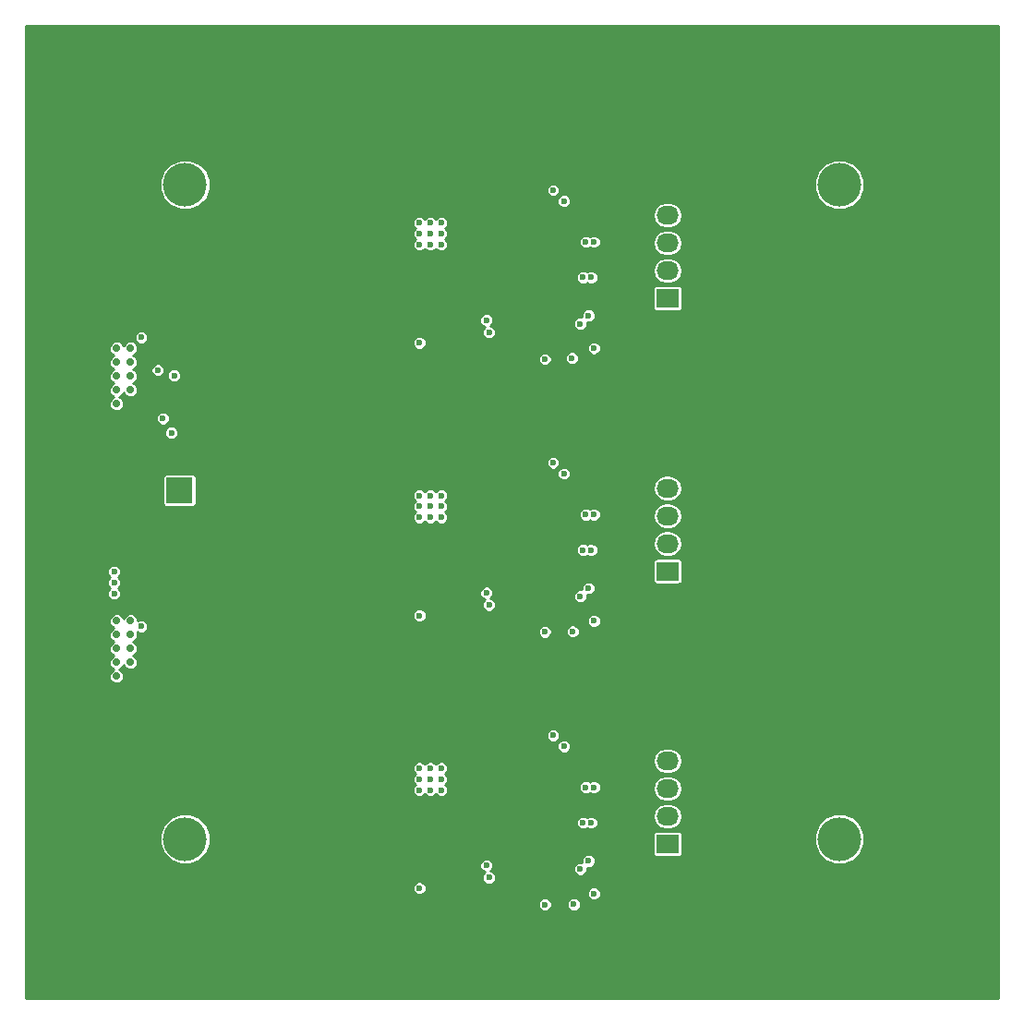
<source format=gbr>
G04 #@! TF.FileFunction,Copper,L3,Inr,Plane*
%FSLAX46Y46*%
G04 Gerber Fmt 4.6, Leading zero omitted, Abs format (unit mm)*
G04 Created by KiCad (PCBNEW (2015-12-07 BZR 6352)-product) date Sun 16 Jul 2017 10:51:14 AM EDT*
%MOMM*%
G01*
G04 APERTURE LIST*
%ADD10C,0.100000*%
%ADD11R,2.032000X1.727200*%
%ADD12O,2.032000X1.727200*%
%ADD13C,0.700000*%
%ADD14C,4.000000*%
%ADD15C,5.000000*%
%ADD16C,2.400000*%
%ADD17R,2.400000X2.400000*%
%ADD18C,0.600000*%
%ADD19C,0.254000*%
G04 APERTURE END LIST*
D10*
D11*
X140250000Y-106435000D03*
D12*
X140250000Y-103895000D03*
X140250000Y-101355000D03*
X140250000Y-98815000D03*
D11*
X140250000Y-81435000D03*
D12*
X140250000Y-78895000D03*
X140250000Y-76355000D03*
X140250000Y-73815000D03*
D11*
X140250000Y-56435000D03*
D12*
X140250000Y-53895000D03*
X140250000Y-51355000D03*
X140250000Y-48815000D03*
D13*
X89730000Y-86000000D03*
X91000000Y-86000000D03*
X89730000Y-87270000D03*
X91000000Y-87270000D03*
X89730000Y-88540000D03*
X91000000Y-88540000D03*
X89730000Y-89810000D03*
X91000000Y-89810000D03*
X89730000Y-91080000D03*
X91000000Y-91080000D03*
X89730000Y-61000000D03*
X91000000Y-61000000D03*
X89730000Y-62270000D03*
X91000000Y-62270000D03*
X89730000Y-63540000D03*
X91000000Y-63540000D03*
X89730000Y-64810000D03*
X91000000Y-64810000D03*
X89730000Y-66080000D03*
X91000000Y-66080000D03*
D14*
X96000000Y-106000000D03*
X156000000Y-106000000D03*
X156000000Y-46000000D03*
X96000000Y-46000000D03*
D15*
X86000000Y-116000000D03*
X86000000Y-36000000D03*
X166000000Y-36000000D03*
X166000000Y-116000000D03*
D16*
X95500000Y-77500000D03*
D17*
X95500000Y-74000000D03*
D18*
X93972736Y-67438405D03*
X93500000Y-63000000D03*
X128999946Y-112001620D03*
X123877497Y-109532598D03*
X128999946Y-87001620D03*
X123877497Y-84532598D03*
X123877497Y-59532598D03*
X128999946Y-62001620D03*
X108500000Y-76500000D03*
X107500000Y-76500000D03*
X106500000Y-76500000D03*
X106500000Y-75500000D03*
X107500000Y-75500000D03*
X108500000Y-75500000D03*
X108500000Y-74500000D03*
X107500000Y-74500000D03*
X108500000Y-101500000D03*
X107500000Y-101500000D03*
X106500000Y-101500000D03*
X106500000Y-100500000D03*
X107500000Y-100500000D03*
X108500000Y-100500000D03*
X108500000Y-99500000D03*
X106500000Y-99500000D03*
X107500000Y-99500000D03*
X108500000Y-51500000D03*
X108500000Y-50500000D03*
X108500000Y-49500000D03*
X107500000Y-50500000D03*
X107500000Y-51500000D03*
X106500000Y-51500000D03*
X106500000Y-50500000D03*
X107500000Y-49500000D03*
X128800000Y-103900000D03*
X129800000Y-102900000D03*
X129800000Y-103900000D03*
X133835488Y-97859014D03*
X128800000Y-102900000D03*
X127800000Y-102900000D03*
X129800000Y-101900000D03*
X127800000Y-101900000D03*
X128800000Y-101900000D03*
X127800000Y-103900000D03*
X136000000Y-115500000D03*
X135500000Y-108750000D03*
X122500000Y-106500000D03*
X106500000Y-74500000D03*
X128800000Y-78900000D03*
X129800000Y-77900000D03*
X129800000Y-78900000D03*
X133835488Y-72859014D03*
X128800000Y-77900000D03*
X127800000Y-77900000D03*
X129800000Y-76900000D03*
X127800000Y-76900000D03*
X128800000Y-76900000D03*
X127800000Y-78900000D03*
X136000000Y-90500000D03*
X135500000Y-83750000D03*
X122500000Y-81500000D03*
X106500000Y-49500000D03*
X136000000Y-65500000D03*
X122500000Y-56500000D03*
X127800000Y-53900000D03*
X129800000Y-53900000D03*
X129800000Y-52900000D03*
X127800000Y-52900000D03*
X127800000Y-51900000D03*
X129800000Y-51900000D03*
X133835488Y-47859014D03*
X135500000Y-58750000D03*
X128800000Y-51900000D03*
X128800000Y-53900000D03*
X128800000Y-52900000D03*
X119500000Y-101500000D03*
X118500000Y-101500000D03*
X117500000Y-101500000D03*
X117500000Y-100500000D03*
X118500000Y-100500000D03*
X119500000Y-100500000D03*
X119500000Y-99500000D03*
X118500000Y-99500000D03*
X119500000Y-76500000D03*
X118500000Y-76500000D03*
X117500000Y-76500000D03*
X117500000Y-75500000D03*
X118500000Y-75500000D03*
X119500000Y-75500000D03*
X119500000Y-74500000D03*
X119500000Y-51500000D03*
X118500000Y-51500000D03*
X117500000Y-51500000D03*
X117500000Y-50500000D03*
X118500000Y-50500000D03*
X119500000Y-50500000D03*
X119500000Y-49500000D03*
X117500000Y-99500000D03*
X130750000Y-97500000D03*
X133500000Y-101250000D03*
X132750000Y-101250000D03*
X132500000Y-104500000D03*
X133250000Y-104500000D03*
X133000000Y-108000000D03*
X132250000Y-108750000D03*
X129750000Y-96500000D03*
X117500000Y-74500000D03*
X118500000Y-74500000D03*
X130750000Y-72500000D03*
X133500000Y-76250000D03*
X132750000Y-76250000D03*
X132500000Y-79500000D03*
X133250000Y-79500000D03*
X133000000Y-83000000D03*
X132250000Y-83750000D03*
X129750000Y-71500000D03*
X118500000Y-49500000D03*
X117500000Y-49500000D03*
X129750000Y-46500000D03*
X130750000Y-47500000D03*
X133500000Y-51250000D03*
X132750000Y-51250000D03*
X133250000Y-54500000D03*
X132500000Y-54500000D03*
X133000000Y-58000000D03*
X132250000Y-58750000D03*
X131478972Y-61901457D03*
X123638419Y-58405516D03*
X133500000Y-111000000D03*
X117500000Y-110500000D03*
X133500000Y-86000000D03*
X117500000Y-85500000D03*
X117500000Y-60500000D03*
X133500000Y-61000000D03*
X92000000Y-60000000D03*
X94746015Y-68753985D03*
X89500000Y-81500000D03*
X95000000Y-63500000D03*
X117500000Y-110500000D03*
X117500000Y-85500000D03*
X89500000Y-83500000D03*
X89500000Y-82500000D03*
X92000000Y-86500000D03*
X131556337Y-86967660D03*
X123638419Y-83405516D03*
X131649175Y-111987443D03*
X123638419Y-108405516D03*
D19*
G36*
X170598000Y-120598000D02*
X81402000Y-120598000D01*
X81402000Y-112125791D01*
X128372837Y-112125791D01*
X128468091Y-112356323D01*
X128644315Y-112532855D01*
X128874681Y-112628511D01*
X129124117Y-112628729D01*
X129354649Y-112533475D01*
X129531181Y-112357251D01*
X129626837Y-112126885D01*
X129626850Y-112111614D01*
X131022066Y-112111614D01*
X131117320Y-112342146D01*
X131293544Y-112518678D01*
X131523910Y-112614334D01*
X131773346Y-112614552D01*
X132003878Y-112519298D01*
X132180410Y-112343074D01*
X132276066Y-112112708D01*
X132276284Y-111863272D01*
X132181030Y-111632740D01*
X132004806Y-111456208D01*
X131774440Y-111360552D01*
X131525004Y-111360334D01*
X131294472Y-111455588D01*
X131117940Y-111631812D01*
X131022284Y-111862178D01*
X131022066Y-112111614D01*
X129626850Y-112111614D01*
X129627055Y-111877449D01*
X129531801Y-111646917D01*
X129355577Y-111470385D01*
X129125211Y-111374729D01*
X128875775Y-111374511D01*
X128645243Y-111469765D01*
X128468711Y-111645989D01*
X128373055Y-111876355D01*
X128372837Y-112125791D01*
X81402000Y-112125791D01*
X81402000Y-110624171D01*
X116872891Y-110624171D01*
X116968145Y-110854703D01*
X117144369Y-111031235D01*
X117374735Y-111126891D01*
X117624171Y-111127109D01*
X117631281Y-111124171D01*
X132872891Y-111124171D01*
X132968145Y-111354703D01*
X133144369Y-111531235D01*
X133374735Y-111626891D01*
X133624171Y-111627109D01*
X133854703Y-111531855D01*
X134031235Y-111355631D01*
X134126891Y-111125265D01*
X134127109Y-110875829D01*
X134031855Y-110645297D01*
X133855631Y-110468765D01*
X133625265Y-110373109D01*
X133375829Y-110372891D01*
X133145297Y-110468145D01*
X132968765Y-110644369D01*
X132873109Y-110874735D01*
X132872891Y-111124171D01*
X117631281Y-111124171D01*
X117854703Y-111031855D01*
X118031235Y-110855631D01*
X118126891Y-110625265D01*
X118127109Y-110375829D01*
X118031855Y-110145297D01*
X117855631Y-109968765D01*
X117625265Y-109873109D01*
X117375829Y-109872891D01*
X117145297Y-109968145D01*
X116968765Y-110144369D01*
X116873109Y-110374735D01*
X116872891Y-110624171D01*
X81402000Y-110624171D01*
X81402000Y-108529687D01*
X123011310Y-108529687D01*
X123106564Y-108760219D01*
X123282788Y-108936751D01*
X123497561Y-109025932D01*
X123346262Y-109176967D01*
X123250606Y-109407333D01*
X123250388Y-109656769D01*
X123345642Y-109887301D01*
X123521866Y-110063833D01*
X123752232Y-110159489D01*
X124001668Y-110159707D01*
X124232200Y-110064453D01*
X124408732Y-109888229D01*
X124504388Y-109657863D01*
X124504606Y-109408427D01*
X124409352Y-109177895D01*
X124233128Y-109001363D01*
X124018355Y-108912182D01*
X124056432Y-108874171D01*
X131622891Y-108874171D01*
X131718145Y-109104703D01*
X131894369Y-109281235D01*
X132124735Y-109376891D01*
X132374171Y-109377109D01*
X132604703Y-109281855D01*
X132781235Y-109105631D01*
X132876891Y-108875265D01*
X132877108Y-108626893D01*
X133124171Y-108627109D01*
X133354703Y-108531855D01*
X133531235Y-108355631D01*
X133626891Y-108125265D01*
X133627109Y-107875829D01*
X133531855Y-107645297D01*
X133355631Y-107468765D01*
X133125265Y-107373109D01*
X132875829Y-107372891D01*
X132645297Y-107468145D01*
X132468765Y-107644369D01*
X132373109Y-107874735D01*
X132372892Y-108123107D01*
X132125829Y-108122891D01*
X131895297Y-108218145D01*
X131718765Y-108394369D01*
X131623109Y-108624735D01*
X131622891Y-108874171D01*
X124056432Y-108874171D01*
X124169654Y-108761147D01*
X124265310Y-108530781D01*
X124265528Y-108281345D01*
X124170274Y-108050813D01*
X123994050Y-107874281D01*
X123763684Y-107778625D01*
X123514248Y-107778407D01*
X123283716Y-107873661D01*
X123107184Y-108049885D01*
X123011528Y-108280251D01*
X123011310Y-108529687D01*
X81402000Y-108529687D01*
X81402000Y-106460838D01*
X93672597Y-106460838D01*
X94026115Y-107316418D01*
X94680139Y-107971585D01*
X95535100Y-108326596D01*
X96460838Y-108327403D01*
X97316418Y-107973885D01*
X97971585Y-107319861D01*
X98326596Y-106464900D01*
X98327374Y-105571400D01*
X138900594Y-105571400D01*
X138900594Y-107298600D01*
X138923395Y-107419779D01*
X138995012Y-107531074D01*
X139104286Y-107605738D01*
X139234000Y-107632006D01*
X141266000Y-107632006D01*
X141387179Y-107609205D01*
X141498474Y-107537588D01*
X141573138Y-107428314D01*
X141599406Y-107298600D01*
X141599406Y-106460838D01*
X153672597Y-106460838D01*
X154026115Y-107316418D01*
X154680139Y-107971585D01*
X155535100Y-108326596D01*
X156460838Y-108327403D01*
X157316418Y-107973885D01*
X157971585Y-107319861D01*
X158326596Y-106464900D01*
X158327403Y-105539162D01*
X157973885Y-104683582D01*
X157319861Y-104028415D01*
X156464900Y-103673404D01*
X155539162Y-103672597D01*
X154683582Y-104026115D01*
X154028415Y-104680139D01*
X153673404Y-105535100D01*
X153672597Y-106460838D01*
X141599406Y-106460838D01*
X141599406Y-105571400D01*
X141576605Y-105450221D01*
X141504988Y-105338926D01*
X141395714Y-105264262D01*
X141266000Y-105237994D01*
X139234000Y-105237994D01*
X139112821Y-105260795D01*
X139001526Y-105332412D01*
X138926862Y-105441686D01*
X138900594Y-105571400D01*
X98327374Y-105571400D01*
X98327403Y-105539162D01*
X97973885Y-104683582D01*
X97914578Y-104624171D01*
X131872891Y-104624171D01*
X131968145Y-104854703D01*
X132144369Y-105031235D01*
X132374735Y-105126891D01*
X132624171Y-105127109D01*
X132854703Y-105031855D01*
X132874881Y-105011713D01*
X132894369Y-105031235D01*
X133124735Y-105126891D01*
X133374171Y-105127109D01*
X133604703Y-105031855D01*
X133781235Y-104855631D01*
X133876891Y-104625265D01*
X133877109Y-104375829D01*
X133781855Y-104145297D01*
X133605631Y-103968765D01*
X133427985Y-103895000D01*
X138880689Y-103895000D01*
X138971318Y-104350623D01*
X139229408Y-104736881D01*
X139615666Y-104994971D01*
X140071289Y-105085600D01*
X140428711Y-105085600D01*
X140884334Y-104994971D01*
X141270592Y-104736881D01*
X141528682Y-104350623D01*
X141619311Y-103895000D01*
X141528682Y-103439377D01*
X141270592Y-103053119D01*
X140884334Y-102795029D01*
X140428711Y-102704400D01*
X140071289Y-102704400D01*
X139615666Y-102795029D01*
X139229408Y-103053119D01*
X138971318Y-103439377D01*
X138880689Y-103895000D01*
X133427985Y-103895000D01*
X133375265Y-103873109D01*
X133125829Y-103872891D01*
X132895297Y-103968145D01*
X132875119Y-103988287D01*
X132855631Y-103968765D01*
X132625265Y-103873109D01*
X132375829Y-103872891D01*
X132145297Y-103968145D01*
X131968765Y-104144369D01*
X131873109Y-104374735D01*
X131872891Y-104624171D01*
X97914578Y-104624171D01*
X97319861Y-104028415D01*
X96464900Y-103673404D01*
X95539162Y-103672597D01*
X94683582Y-104026115D01*
X94028415Y-104680139D01*
X93673404Y-105535100D01*
X93672597Y-106460838D01*
X81402000Y-106460838D01*
X81402000Y-99624171D01*
X116872891Y-99624171D01*
X116968145Y-99854703D01*
X117113287Y-100000099D01*
X116968765Y-100144369D01*
X116873109Y-100374735D01*
X116872891Y-100624171D01*
X116968145Y-100854703D01*
X117113287Y-101000099D01*
X116968765Y-101144369D01*
X116873109Y-101374735D01*
X116872891Y-101624171D01*
X116968145Y-101854703D01*
X117144369Y-102031235D01*
X117374735Y-102126891D01*
X117624171Y-102127109D01*
X117854703Y-102031855D01*
X118000099Y-101886713D01*
X118144369Y-102031235D01*
X118374735Y-102126891D01*
X118624171Y-102127109D01*
X118854703Y-102031855D01*
X119000099Y-101886713D01*
X119144369Y-102031235D01*
X119374735Y-102126891D01*
X119624171Y-102127109D01*
X119854703Y-102031855D01*
X120031235Y-101855631D01*
X120126891Y-101625265D01*
X120127109Y-101375829D01*
X120126424Y-101374171D01*
X132122891Y-101374171D01*
X132218145Y-101604703D01*
X132394369Y-101781235D01*
X132624735Y-101876891D01*
X132874171Y-101877109D01*
X133104703Y-101781855D01*
X133124881Y-101761713D01*
X133144369Y-101781235D01*
X133374735Y-101876891D01*
X133624171Y-101877109D01*
X133854703Y-101781855D01*
X134031235Y-101605631D01*
X134126891Y-101375265D01*
X134126908Y-101355000D01*
X138880689Y-101355000D01*
X138971318Y-101810623D01*
X139229408Y-102196881D01*
X139615666Y-102454971D01*
X140071289Y-102545600D01*
X140428711Y-102545600D01*
X140884334Y-102454971D01*
X141270592Y-102196881D01*
X141528682Y-101810623D01*
X141619311Y-101355000D01*
X141528682Y-100899377D01*
X141270592Y-100513119D01*
X140884334Y-100255029D01*
X140428711Y-100164400D01*
X140071289Y-100164400D01*
X139615666Y-100255029D01*
X139229408Y-100513119D01*
X138971318Y-100899377D01*
X138880689Y-101355000D01*
X134126908Y-101355000D01*
X134127109Y-101125829D01*
X134031855Y-100895297D01*
X133855631Y-100718765D01*
X133625265Y-100623109D01*
X133375829Y-100622891D01*
X133145297Y-100718145D01*
X133125119Y-100738287D01*
X133105631Y-100718765D01*
X132875265Y-100623109D01*
X132625829Y-100622891D01*
X132395297Y-100718145D01*
X132218765Y-100894369D01*
X132123109Y-101124735D01*
X132122891Y-101374171D01*
X120126424Y-101374171D01*
X120031855Y-101145297D01*
X119886713Y-100999901D01*
X120031235Y-100855631D01*
X120126891Y-100625265D01*
X120127109Y-100375829D01*
X120031855Y-100145297D01*
X119886713Y-99999901D01*
X120031235Y-99855631D01*
X120126891Y-99625265D01*
X120127109Y-99375829D01*
X120031855Y-99145297D01*
X119855631Y-98968765D01*
X119625265Y-98873109D01*
X119375829Y-98872891D01*
X119145297Y-98968145D01*
X118999901Y-99113287D01*
X118855631Y-98968765D01*
X118625265Y-98873109D01*
X118375829Y-98872891D01*
X118145297Y-98968145D01*
X117999901Y-99113287D01*
X117855631Y-98968765D01*
X117625265Y-98873109D01*
X117375829Y-98872891D01*
X117145297Y-98968145D01*
X116968765Y-99144369D01*
X116873109Y-99374735D01*
X116872891Y-99624171D01*
X81402000Y-99624171D01*
X81402000Y-98815000D01*
X138880689Y-98815000D01*
X138971318Y-99270623D01*
X139229408Y-99656881D01*
X139615666Y-99914971D01*
X140071289Y-100005600D01*
X140428711Y-100005600D01*
X140884334Y-99914971D01*
X141270592Y-99656881D01*
X141528682Y-99270623D01*
X141619311Y-98815000D01*
X141528682Y-98359377D01*
X141270592Y-97973119D01*
X140884334Y-97715029D01*
X140428711Y-97624400D01*
X140071289Y-97624400D01*
X139615666Y-97715029D01*
X139229408Y-97973119D01*
X138971318Y-98359377D01*
X138880689Y-98815000D01*
X81402000Y-98815000D01*
X81402000Y-97624171D01*
X130122891Y-97624171D01*
X130218145Y-97854703D01*
X130394369Y-98031235D01*
X130624735Y-98126891D01*
X130874171Y-98127109D01*
X131104703Y-98031855D01*
X131281235Y-97855631D01*
X131376891Y-97625265D01*
X131377109Y-97375829D01*
X131281855Y-97145297D01*
X131105631Y-96968765D01*
X130875265Y-96873109D01*
X130625829Y-96872891D01*
X130395297Y-96968145D01*
X130218765Y-97144369D01*
X130123109Y-97374735D01*
X130122891Y-97624171D01*
X81402000Y-97624171D01*
X81402000Y-96624171D01*
X129122891Y-96624171D01*
X129218145Y-96854703D01*
X129394369Y-97031235D01*
X129624735Y-97126891D01*
X129874171Y-97127109D01*
X130104703Y-97031855D01*
X130281235Y-96855631D01*
X130376891Y-96625265D01*
X130377109Y-96375829D01*
X130281855Y-96145297D01*
X130105631Y-95968765D01*
X129875265Y-95873109D01*
X129625829Y-95872891D01*
X129395297Y-95968145D01*
X129218765Y-96144369D01*
X129123109Y-96374735D01*
X129122891Y-96624171D01*
X81402000Y-96624171D01*
X81402000Y-86134073D01*
X89052883Y-86134073D01*
X89155733Y-86382989D01*
X89346010Y-86573598D01*
X89493939Y-86635023D01*
X89347011Y-86695733D01*
X89156402Y-86886010D01*
X89053118Y-87134746D01*
X89052883Y-87404073D01*
X89155733Y-87652989D01*
X89346010Y-87843598D01*
X89493939Y-87905023D01*
X89347011Y-87965733D01*
X89156402Y-88156010D01*
X89053118Y-88404746D01*
X89052883Y-88674073D01*
X89155733Y-88922989D01*
X89346010Y-89113598D01*
X89493939Y-89175023D01*
X89347011Y-89235733D01*
X89156402Y-89426010D01*
X89053118Y-89674746D01*
X89052883Y-89944073D01*
X89155733Y-90192989D01*
X89346010Y-90383598D01*
X89493939Y-90445023D01*
X89347011Y-90505733D01*
X89156402Y-90696010D01*
X89053118Y-90944746D01*
X89052883Y-91214073D01*
X89155733Y-91462989D01*
X89346010Y-91653598D01*
X89594746Y-91756882D01*
X89864073Y-91757117D01*
X90112989Y-91654267D01*
X90303598Y-91463990D01*
X90406882Y-91215254D01*
X90407117Y-90945927D01*
X90304267Y-90697011D01*
X90113990Y-90506402D01*
X89966061Y-90444977D01*
X90112989Y-90384267D01*
X90303598Y-90193990D01*
X90365023Y-90046061D01*
X90425733Y-90192989D01*
X90616010Y-90383598D01*
X90864746Y-90486882D01*
X91134073Y-90487117D01*
X91382989Y-90384267D01*
X91573598Y-90193990D01*
X91676882Y-89945254D01*
X91677117Y-89675927D01*
X91574267Y-89427011D01*
X91383990Y-89236402D01*
X91236061Y-89174977D01*
X91382989Y-89114267D01*
X91573598Y-88923990D01*
X91676882Y-88675254D01*
X91677117Y-88405927D01*
X91574267Y-88157011D01*
X91383990Y-87966402D01*
X91236061Y-87904977D01*
X91382989Y-87844267D01*
X91573598Y-87653990D01*
X91676882Y-87405254D01*
X91677117Y-87135927D01*
X91626437Y-87013271D01*
X91644369Y-87031235D01*
X91874735Y-87126891D01*
X92124171Y-87127109D01*
X92127360Y-87125791D01*
X128372837Y-87125791D01*
X128468091Y-87356323D01*
X128644315Y-87532855D01*
X128874681Y-87628511D01*
X129124117Y-87628729D01*
X129354649Y-87533475D01*
X129531181Y-87357251D01*
X129626837Y-87126885D01*
X129626867Y-87091831D01*
X130929228Y-87091831D01*
X131024482Y-87322363D01*
X131200706Y-87498895D01*
X131431072Y-87594551D01*
X131680508Y-87594769D01*
X131911040Y-87499515D01*
X132087572Y-87323291D01*
X132183228Y-87092925D01*
X132183446Y-86843489D01*
X132088192Y-86612957D01*
X131911968Y-86436425D01*
X131681602Y-86340769D01*
X131432166Y-86340551D01*
X131201634Y-86435805D01*
X131025102Y-86612029D01*
X130929446Y-86842395D01*
X130929228Y-87091831D01*
X129626867Y-87091831D01*
X129627055Y-86877449D01*
X129531801Y-86646917D01*
X129355577Y-86470385D01*
X129125211Y-86374729D01*
X128875775Y-86374511D01*
X128645243Y-86469765D01*
X128468711Y-86645989D01*
X128373055Y-86876355D01*
X128372837Y-87125791D01*
X92127360Y-87125791D01*
X92354703Y-87031855D01*
X92531235Y-86855631D01*
X92626891Y-86625265D01*
X92627109Y-86375829D01*
X92531855Y-86145297D01*
X92355631Y-85968765D01*
X92125265Y-85873109D01*
X91875829Y-85872891D01*
X91677039Y-85955029D01*
X91677117Y-85865927D01*
X91577226Y-85624171D01*
X116872891Y-85624171D01*
X116968145Y-85854703D01*
X117144369Y-86031235D01*
X117374735Y-86126891D01*
X117624171Y-86127109D01*
X117631281Y-86124171D01*
X132872891Y-86124171D01*
X132968145Y-86354703D01*
X133144369Y-86531235D01*
X133374735Y-86626891D01*
X133624171Y-86627109D01*
X133854703Y-86531855D01*
X134031235Y-86355631D01*
X134126891Y-86125265D01*
X134127109Y-85875829D01*
X134031855Y-85645297D01*
X133855631Y-85468765D01*
X133625265Y-85373109D01*
X133375829Y-85372891D01*
X133145297Y-85468145D01*
X132968765Y-85644369D01*
X132873109Y-85874735D01*
X132872891Y-86124171D01*
X117631281Y-86124171D01*
X117854703Y-86031855D01*
X118031235Y-85855631D01*
X118126891Y-85625265D01*
X118127109Y-85375829D01*
X118031855Y-85145297D01*
X117855631Y-84968765D01*
X117625265Y-84873109D01*
X117375829Y-84872891D01*
X117145297Y-84968145D01*
X116968765Y-85144369D01*
X116873109Y-85374735D01*
X116872891Y-85624171D01*
X91577226Y-85624171D01*
X91574267Y-85617011D01*
X91383990Y-85426402D01*
X91135254Y-85323118D01*
X90865927Y-85322883D01*
X90617011Y-85425733D01*
X90426402Y-85616010D01*
X90364977Y-85763939D01*
X90304267Y-85617011D01*
X90113990Y-85426402D01*
X89865254Y-85323118D01*
X89595927Y-85322883D01*
X89347011Y-85425733D01*
X89156402Y-85616010D01*
X89053118Y-85864746D01*
X89052883Y-86134073D01*
X81402000Y-86134073D01*
X81402000Y-81624171D01*
X88872891Y-81624171D01*
X88968145Y-81854703D01*
X89113287Y-82000099D01*
X88968765Y-82144369D01*
X88873109Y-82374735D01*
X88872891Y-82624171D01*
X88968145Y-82854703D01*
X89113287Y-83000099D01*
X88968765Y-83144369D01*
X88873109Y-83374735D01*
X88872891Y-83624171D01*
X88968145Y-83854703D01*
X89144369Y-84031235D01*
X89374735Y-84126891D01*
X89624171Y-84127109D01*
X89854703Y-84031855D01*
X90031235Y-83855631D01*
X90126891Y-83625265D01*
X90126974Y-83529687D01*
X123011310Y-83529687D01*
X123106564Y-83760219D01*
X123282788Y-83936751D01*
X123497561Y-84025932D01*
X123346262Y-84176967D01*
X123250606Y-84407333D01*
X123250388Y-84656769D01*
X123345642Y-84887301D01*
X123521866Y-85063833D01*
X123752232Y-85159489D01*
X124001668Y-85159707D01*
X124232200Y-85064453D01*
X124408732Y-84888229D01*
X124504388Y-84657863D01*
X124504606Y-84408427D01*
X124409352Y-84177895D01*
X124233128Y-84001363D01*
X124018355Y-83912182D01*
X124056432Y-83874171D01*
X131622891Y-83874171D01*
X131718145Y-84104703D01*
X131894369Y-84281235D01*
X132124735Y-84376891D01*
X132374171Y-84377109D01*
X132604703Y-84281855D01*
X132781235Y-84105631D01*
X132876891Y-83875265D01*
X132877108Y-83626893D01*
X133124171Y-83627109D01*
X133354703Y-83531855D01*
X133531235Y-83355631D01*
X133626891Y-83125265D01*
X133627109Y-82875829D01*
X133531855Y-82645297D01*
X133355631Y-82468765D01*
X133125265Y-82373109D01*
X132875829Y-82372891D01*
X132645297Y-82468145D01*
X132468765Y-82644369D01*
X132373109Y-82874735D01*
X132372892Y-83123107D01*
X132125829Y-83122891D01*
X131895297Y-83218145D01*
X131718765Y-83394369D01*
X131623109Y-83624735D01*
X131622891Y-83874171D01*
X124056432Y-83874171D01*
X124169654Y-83761147D01*
X124265310Y-83530781D01*
X124265528Y-83281345D01*
X124170274Y-83050813D01*
X123994050Y-82874281D01*
X123763684Y-82778625D01*
X123514248Y-82778407D01*
X123283716Y-82873661D01*
X123107184Y-83049885D01*
X123011528Y-83280251D01*
X123011310Y-83529687D01*
X90126974Y-83529687D01*
X90127109Y-83375829D01*
X90031855Y-83145297D01*
X89886713Y-82999901D01*
X90031235Y-82855631D01*
X90126891Y-82625265D01*
X90127109Y-82375829D01*
X90031855Y-82145297D01*
X89886713Y-81999901D01*
X90031235Y-81855631D01*
X90126891Y-81625265D01*
X90127109Y-81375829D01*
X90031855Y-81145297D01*
X89855631Y-80968765D01*
X89625265Y-80873109D01*
X89375829Y-80872891D01*
X89145297Y-80968145D01*
X88968765Y-81144369D01*
X88873109Y-81374735D01*
X88872891Y-81624171D01*
X81402000Y-81624171D01*
X81402000Y-80571400D01*
X138900594Y-80571400D01*
X138900594Y-82298600D01*
X138923395Y-82419779D01*
X138995012Y-82531074D01*
X139104286Y-82605738D01*
X139234000Y-82632006D01*
X141266000Y-82632006D01*
X141387179Y-82609205D01*
X141498474Y-82537588D01*
X141573138Y-82428314D01*
X141599406Y-82298600D01*
X141599406Y-80571400D01*
X141576605Y-80450221D01*
X141504988Y-80338926D01*
X141395714Y-80264262D01*
X141266000Y-80237994D01*
X139234000Y-80237994D01*
X139112821Y-80260795D01*
X139001526Y-80332412D01*
X138926862Y-80441686D01*
X138900594Y-80571400D01*
X81402000Y-80571400D01*
X81402000Y-79624171D01*
X131872891Y-79624171D01*
X131968145Y-79854703D01*
X132144369Y-80031235D01*
X132374735Y-80126891D01*
X132624171Y-80127109D01*
X132854703Y-80031855D01*
X132874881Y-80011713D01*
X132894369Y-80031235D01*
X133124735Y-80126891D01*
X133374171Y-80127109D01*
X133604703Y-80031855D01*
X133781235Y-79855631D01*
X133876891Y-79625265D01*
X133877109Y-79375829D01*
X133781855Y-79145297D01*
X133605631Y-78968765D01*
X133427985Y-78895000D01*
X138880689Y-78895000D01*
X138971318Y-79350623D01*
X139229408Y-79736881D01*
X139615666Y-79994971D01*
X140071289Y-80085600D01*
X140428711Y-80085600D01*
X140884334Y-79994971D01*
X141270592Y-79736881D01*
X141528682Y-79350623D01*
X141619311Y-78895000D01*
X141528682Y-78439377D01*
X141270592Y-78053119D01*
X140884334Y-77795029D01*
X140428711Y-77704400D01*
X140071289Y-77704400D01*
X139615666Y-77795029D01*
X139229408Y-78053119D01*
X138971318Y-78439377D01*
X138880689Y-78895000D01*
X133427985Y-78895000D01*
X133375265Y-78873109D01*
X133125829Y-78872891D01*
X132895297Y-78968145D01*
X132875119Y-78988287D01*
X132855631Y-78968765D01*
X132625265Y-78873109D01*
X132375829Y-78872891D01*
X132145297Y-78968145D01*
X131968765Y-79144369D01*
X131873109Y-79374735D01*
X131872891Y-79624171D01*
X81402000Y-79624171D01*
X81402000Y-72800000D01*
X93966594Y-72800000D01*
X93966594Y-75200000D01*
X93989395Y-75321179D01*
X94061012Y-75432474D01*
X94170286Y-75507138D01*
X94300000Y-75533406D01*
X96700000Y-75533406D01*
X96821179Y-75510605D01*
X96932474Y-75438988D01*
X97007138Y-75329714D01*
X97033406Y-75200000D01*
X97033406Y-74624171D01*
X116872891Y-74624171D01*
X116968145Y-74854703D01*
X117113287Y-75000099D01*
X116968765Y-75144369D01*
X116873109Y-75374735D01*
X116872891Y-75624171D01*
X116968145Y-75854703D01*
X117113287Y-76000099D01*
X116968765Y-76144369D01*
X116873109Y-76374735D01*
X116872891Y-76624171D01*
X116968145Y-76854703D01*
X117144369Y-77031235D01*
X117374735Y-77126891D01*
X117624171Y-77127109D01*
X117854703Y-77031855D01*
X118000099Y-76886713D01*
X118144369Y-77031235D01*
X118374735Y-77126891D01*
X118624171Y-77127109D01*
X118854703Y-77031855D01*
X119000099Y-76886713D01*
X119144369Y-77031235D01*
X119374735Y-77126891D01*
X119624171Y-77127109D01*
X119854703Y-77031855D01*
X120031235Y-76855631D01*
X120126891Y-76625265D01*
X120127109Y-76375829D01*
X120126424Y-76374171D01*
X132122891Y-76374171D01*
X132218145Y-76604703D01*
X132394369Y-76781235D01*
X132624735Y-76876891D01*
X132874171Y-76877109D01*
X133104703Y-76781855D01*
X133124881Y-76761713D01*
X133144369Y-76781235D01*
X133374735Y-76876891D01*
X133624171Y-76877109D01*
X133854703Y-76781855D01*
X134031235Y-76605631D01*
X134126891Y-76375265D01*
X134126908Y-76355000D01*
X138880689Y-76355000D01*
X138971318Y-76810623D01*
X139229408Y-77196881D01*
X139615666Y-77454971D01*
X140071289Y-77545600D01*
X140428711Y-77545600D01*
X140884334Y-77454971D01*
X141270592Y-77196881D01*
X141528682Y-76810623D01*
X141619311Y-76355000D01*
X141528682Y-75899377D01*
X141270592Y-75513119D01*
X140884334Y-75255029D01*
X140428711Y-75164400D01*
X140071289Y-75164400D01*
X139615666Y-75255029D01*
X139229408Y-75513119D01*
X138971318Y-75899377D01*
X138880689Y-76355000D01*
X134126908Y-76355000D01*
X134127109Y-76125829D01*
X134031855Y-75895297D01*
X133855631Y-75718765D01*
X133625265Y-75623109D01*
X133375829Y-75622891D01*
X133145297Y-75718145D01*
X133125119Y-75738287D01*
X133105631Y-75718765D01*
X132875265Y-75623109D01*
X132625829Y-75622891D01*
X132395297Y-75718145D01*
X132218765Y-75894369D01*
X132123109Y-76124735D01*
X132122891Y-76374171D01*
X120126424Y-76374171D01*
X120031855Y-76145297D01*
X119886713Y-75999901D01*
X120031235Y-75855631D01*
X120126891Y-75625265D01*
X120127109Y-75375829D01*
X120031855Y-75145297D01*
X119886713Y-74999901D01*
X120031235Y-74855631D01*
X120126891Y-74625265D01*
X120127109Y-74375829D01*
X120031855Y-74145297D01*
X119855631Y-73968765D01*
X119625265Y-73873109D01*
X119375829Y-73872891D01*
X119145297Y-73968145D01*
X118999901Y-74113287D01*
X118855631Y-73968765D01*
X118625265Y-73873109D01*
X118375829Y-73872891D01*
X118145297Y-73968145D01*
X117999901Y-74113287D01*
X117855631Y-73968765D01*
X117625265Y-73873109D01*
X117375829Y-73872891D01*
X117145297Y-73968145D01*
X116968765Y-74144369D01*
X116873109Y-74374735D01*
X116872891Y-74624171D01*
X97033406Y-74624171D01*
X97033406Y-73815000D01*
X138880689Y-73815000D01*
X138971318Y-74270623D01*
X139229408Y-74656881D01*
X139615666Y-74914971D01*
X140071289Y-75005600D01*
X140428711Y-75005600D01*
X140884334Y-74914971D01*
X141270592Y-74656881D01*
X141528682Y-74270623D01*
X141619311Y-73815000D01*
X141528682Y-73359377D01*
X141270592Y-72973119D01*
X140884334Y-72715029D01*
X140428711Y-72624400D01*
X140071289Y-72624400D01*
X139615666Y-72715029D01*
X139229408Y-72973119D01*
X138971318Y-73359377D01*
X138880689Y-73815000D01*
X97033406Y-73815000D01*
X97033406Y-72800000D01*
X97010605Y-72678821D01*
X96975439Y-72624171D01*
X130122891Y-72624171D01*
X130218145Y-72854703D01*
X130394369Y-73031235D01*
X130624735Y-73126891D01*
X130874171Y-73127109D01*
X131104703Y-73031855D01*
X131281235Y-72855631D01*
X131376891Y-72625265D01*
X131377109Y-72375829D01*
X131281855Y-72145297D01*
X131105631Y-71968765D01*
X130875265Y-71873109D01*
X130625829Y-71872891D01*
X130395297Y-71968145D01*
X130218765Y-72144369D01*
X130123109Y-72374735D01*
X130122891Y-72624171D01*
X96975439Y-72624171D01*
X96938988Y-72567526D01*
X96829714Y-72492862D01*
X96700000Y-72466594D01*
X94300000Y-72466594D01*
X94178821Y-72489395D01*
X94067526Y-72561012D01*
X93992862Y-72670286D01*
X93966594Y-72800000D01*
X81402000Y-72800000D01*
X81402000Y-71624171D01*
X129122891Y-71624171D01*
X129218145Y-71854703D01*
X129394369Y-72031235D01*
X129624735Y-72126891D01*
X129874171Y-72127109D01*
X130104703Y-72031855D01*
X130281235Y-71855631D01*
X130376891Y-71625265D01*
X130377109Y-71375829D01*
X130281855Y-71145297D01*
X130105631Y-70968765D01*
X129875265Y-70873109D01*
X129625829Y-70872891D01*
X129395297Y-70968145D01*
X129218765Y-71144369D01*
X129123109Y-71374735D01*
X129122891Y-71624171D01*
X81402000Y-71624171D01*
X81402000Y-68878156D01*
X94118906Y-68878156D01*
X94214160Y-69108688D01*
X94390384Y-69285220D01*
X94620750Y-69380876D01*
X94870186Y-69381094D01*
X95100718Y-69285840D01*
X95277250Y-69109616D01*
X95372906Y-68879250D01*
X95373124Y-68629814D01*
X95277870Y-68399282D01*
X95101646Y-68222750D01*
X94871280Y-68127094D01*
X94621844Y-68126876D01*
X94391312Y-68222130D01*
X94214780Y-68398354D01*
X94119124Y-68628720D01*
X94118906Y-68878156D01*
X81402000Y-68878156D01*
X81402000Y-67562576D01*
X93345627Y-67562576D01*
X93440881Y-67793108D01*
X93617105Y-67969640D01*
X93847471Y-68065296D01*
X94096907Y-68065514D01*
X94327439Y-67970260D01*
X94503971Y-67794036D01*
X94599627Y-67563670D01*
X94599845Y-67314234D01*
X94504591Y-67083702D01*
X94328367Y-66907170D01*
X94098001Y-66811514D01*
X93848565Y-66811296D01*
X93618033Y-66906550D01*
X93441501Y-67082774D01*
X93345845Y-67313140D01*
X93345627Y-67562576D01*
X81402000Y-67562576D01*
X81402000Y-61134073D01*
X89052883Y-61134073D01*
X89155733Y-61382989D01*
X89346010Y-61573598D01*
X89493939Y-61635023D01*
X89347011Y-61695733D01*
X89156402Y-61886010D01*
X89053118Y-62134746D01*
X89052883Y-62404073D01*
X89155733Y-62652989D01*
X89346010Y-62843598D01*
X89493939Y-62905023D01*
X89347011Y-62965733D01*
X89156402Y-63156010D01*
X89053118Y-63404746D01*
X89052883Y-63674073D01*
X89155733Y-63922989D01*
X89346010Y-64113598D01*
X89493939Y-64175023D01*
X89347011Y-64235733D01*
X89156402Y-64426010D01*
X89053118Y-64674746D01*
X89052883Y-64944073D01*
X89155733Y-65192989D01*
X89346010Y-65383598D01*
X89493939Y-65445023D01*
X89347011Y-65505733D01*
X89156402Y-65696010D01*
X89053118Y-65944746D01*
X89052883Y-66214073D01*
X89155733Y-66462989D01*
X89346010Y-66653598D01*
X89594746Y-66756882D01*
X89864073Y-66757117D01*
X90112989Y-66654267D01*
X90303598Y-66463990D01*
X90406882Y-66215254D01*
X90407117Y-65945927D01*
X90304267Y-65697011D01*
X90113990Y-65506402D01*
X89966061Y-65444977D01*
X90112989Y-65384267D01*
X90303598Y-65193990D01*
X90365023Y-65046061D01*
X90425733Y-65192989D01*
X90616010Y-65383598D01*
X90864746Y-65486882D01*
X91134073Y-65487117D01*
X91382989Y-65384267D01*
X91573598Y-65193990D01*
X91676882Y-64945254D01*
X91677117Y-64675927D01*
X91574267Y-64427011D01*
X91383990Y-64236402D01*
X91236061Y-64174977D01*
X91382989Y-64114267D01*
X91573598Y-63923990D01*
X91676882Y-63675254D01*
X91677117Y-63405927D01*
X91574267Y-63157011D01*
X91541485Y-63124171D01*
X92872891Y-63124171D01*
X92968145Y-63354703D01*
X93144369Y-63531235D01*
X93374735Y-63626891D01*
X93624171Y-63627109D01*
X93631281Y-63624171D01*
X94372891Y-63624171D01*
X94468145Y-63854703D01*
X94644369Y-64031235D01*
X94874735Y-64126891D01*
X95124171Y-64127109D01*
X95354703Y-64031855D01*
X95531235Y-63855631D01*
X95626891Y-63625265D01*
X95627109Y-63375829D01*
X95531855Y-63145297D01*
X95355631Y-62968765D01*
X95125265Y-62873109D01*
X94875829Y-62872891D01*
X94645297Y-62968145D01*
X94468765Y-63144369D01*
X94373109Y-63374735D01*
X94372891Y-63624171D01*
X93631281Y-63624171D01*
X93854703Y-63531855D01*
X94031235Y-63355631D01*
X94126891Y-63125265D01*
X94127109Y-62875829D01*
X94031855Y-62645297D01*
X93855631Y-62468765D01*
X93625265Y-62373109D01*
X93375829Y-62372891D01*
X93145297Y-62468145D01*
X92968765Y-62644369D01*
X92873109Y-62874735D01*
X92872891Y-63124171D01*
X91541485Y-63124171D01*
X91383990Y-62966402D01*
X91236061Y-62904977D01*
X91382989Y-62844267D01*
X91573598Y-62653990D01*
X91676882Y-62405254D01*
X91677117Y-62135927D01*
X91672929Y-62125791D01*
X128372837Y-62125791D01*
X128468091Y-62356323D01*
X128644315Y-62532855D01*
X128874681Y-62628511D01*
X129124117Y-62628729D01*
X129354649Y-62533475D01*
X129531181Y-62357251D01*
X129626837Y-62126885D01*
X129626925Y-62025628D01*
X130851863Y-62025628D01*
X130947117Y-62256160D01*
X131123341Y-62432692D01*
X131353707Y-62528348D01*
X131603143Y-62528566D01*
X131833675Y-62433312D01*
X132010207Y-62257088D01*
X132105863Y-62026722D01*
X132106081Y-61777286D01*
X132010827Y-61546754D01*
X131834603Y-61370222D01*
X131604237Y-61274566D01*
X131354801Y-61274348D01*
X131124269Y-61369602D01*
X130947737Y-61545826D01*
X130852081Y-61776192D01*
X130851863Y-62025628D01*
X129626925Y-62025628D01*
X129627055Y-61877449D01*
X129531801Y-61646917D01*
X129355577Y-61470385D01*
X129125211Y-61374729D01*
X128875775Y-61374511D01*
X128645243Y-61469765D01*
X128468711Y-61645989D01*
X128373055Y-61876355D01*
X128372837Y-62125791D01*
X91672929Y-62125791D01*
X91574267Y-61887011D01*
X91383990Y-61696402D01*
X91236061Y-61634977D01*
X91382989Y-61574267D01*
X91573598Y-61383990D01*
X91676882Y-61135254D01*
X91677117Y-60865927D01*
X91574267Y-60617011D01*
X91383990Y-60426402D01*
X91135254Y-60323118D01*
X90865927Y-60322883D01*
X90617011Y-60425733D01*
X90426402Y-60616010D01*
X90364977Y-60763939D01*
X90304267Y-60617011D01*
X90113990Y-60426402D01*
X89865254Y-60323118D01*
X89595927Y-60322883D01*
X89347011Y-60425733D01*
X89156402Y-60616010D01*
X89053118Y-60864746D01*
X89052883Y-61134073D01*
X81402000Y-61134073D01*
X81402000Y-60124171D01*
X91372891Y-60124171D01*
X91468145Y-60354703D01*
X91644369Y-60531235D01*
X91874735Y-60626891D01*
X92124171Y-60627109D01*
X92131281Y-60624171D01*
X116872891Y-60624171D01*
X116968145Y-60854703D01*
X117144369Y-61031235D01*
X117374735Y-61126891D01*
X117624171Y-61127109D01*
X117631281Y-61124171D01*
X132872891Y-61124171D01*
X132968145Y-61354703D01*
X133144369Y-61531235D01*
X133374735Y-61626891D01*
X133624171Y-61627109D01*
X133854703Y-61531855D01*
X134031235Y-61355631D01*
X134126891Y-61125265D01*
X134127109Y-60875829D01*
X134031855Y-60645297D01*
X133855631Y-60468765D01*
X133625265Y-60373109D01*
X133375829Y-60372891D01*
X133145297Y-60468145D01*
X132968765Y-60644369D01*
X132873109Y-60874735D01*
X132872891Y-61124171D01*
X117631281Y-61124171D01*
X117854703Y-61031855D01*
X118031235Y-60855631D01*
X118126891Y-60625265D01*
X118127109Y-60375829D01*
X118031855Y-60145297D01*
X117855631Y-59968765D01*
X117625265Y-59873109D01*
X117375829Y-59872891D01*
X117145297Y-59968145D01*
X116968765Y-60144369D01*
X116873109Y-60374735D01*
X116872891Y-60624171D01*
X92131281Y-60624171D01*
X92354703Y-60531855D01*
X92531235Y-60355631D01*
X92626891Y-60125265D01*
X92627109Y-59875829D01*
X92531855Y-59645297D01*
X92355631Y-59468765D01*
X92125265Y-59373109D01*
X91875829Y-59372891D01*
X91645297Y-59468145D01*
X91468765Y-59644369D01*
X91373109Y-59874735D01*
X91372891Y-60124171D01*
X81402000Y-60124171D01*
X81402000Y-58529687D01*
X123011310Y-58529687D01*
X123106564Y-58760219D01*
X123282788Y-58936751D01*
X123497561Y-59025932D01*
X123346262Y-59176967D01*
X123250606Y-59407333D01*
X123250388Y-59656769D01*
X123345642Y-59887301D01*
X123521866Y-60063833D01*
X123752232Y-60159489D01*
X124001668Y-60159707D01*
X124232200Y-60064453D01*
X124408732Y-59888229D01*
X124504388Y-59657863D01*
X124504606Y-59408427D01*
X124409352Y-59177895D01*
X124233128Y-59001363D01*
X124018355Y-58912182D01*
X124056432Y-58874171D01*
X131622891Y-58874171D01*
X131718145Y-59104703D01*
X131894369Y-59281235D01*
X132124735Y-59376891D01*
X132374171Y-59377109D01*
X132604703Y-59281855D01*
X132781235Y-59105631D01*
X132876891Y-58875265D01*
X132877108Y-58626893D01*
X133124171Y-58627109D01*
X133354703Y-58531855D01*
X133531235Y-58355631D01*
X133626891Y-58125265D01*
X133627109Y-57875829D01*
X133531855Y-57645297D01*
X133355631Y-57468765D01*
X133125265Y-57373109D01*
X132875829Y-57372891D01*
X132645297Y-57468145D01*
X132468765Y-57644369D01*
X132373109Y-57874735D01*
X132372892Y-58123107D01*
X132125829Y-58122891D01*
X131895297Y-58218145D01*
X131718765Y-58394369D01*
X131623109Y-58624735D01*
X131622891Y-58874171D01*
X124056432Y-58874171D01*
X124169654Y-58761147D01*
X124265310Y-58530781D01*
X124265528Y-58281345D01*
X124170274Y-58050813D01*
X123994050Y-57874281D01*
X123763684Y-57778625D01*
X123514248Y-57778407D01*
X123283716Y-57873661D01*
X123107184Y-58049885D01*
X123011528Y-58280251D01*
X123011310Y-58529687D01*
X81402000Y-58529687D01*
X81402000Y-55571400D01*
X138900594Y-55571400D01*
X138900594Y-57298600D01*
X138923395Y-57419779D01*
X138995012Y-57531074D01*
X139104286Y-57605738D01*
X139234000Y-57632006D01*
X141266000Y-57632006D01*
X141387179Y-57609205D01*
X141498474Y-57537588D01*
X141573138Y-57428314D01*
X141599406Y-57298600D01*
X141599406Y-55571400D01*
X141576605Y-55450221D01*
X141504988Y-55338926D01*
X141395714Y-55264262D01*
X141266000Y-55237994D01*
X139234000Y-55237994D01*
X139112821Y-55260795D01*
X139001526Y-55332412D01*
X138926862Y-55441686D01*
X138900594Y-55571400D01*
X81402000Y-55571400D01*
X81402000Y-54624171D01*
X131872891Y-54624171D01*
X131968145Y-54854703D01*
X132144369Y-55031235D01*
X132374735Y-55126891D01*
X132624171Y-55127109D01*
X132854703Y-55031855D01*
X132874881Y-55011713D01*
X132894369Y-55031235D01*
X133124735Y-55126891D01*
X133374171Y-55127109D01*
X133604703Y-55031855D01*
X133781235Y-54855631D01*
X133876891Y-54625265D01*
X133877109Y-54375829D01*
X133781855Y-54145297D01*
X133605631Y-53968765D01*
X133427985Y-53895000D01*
X138880689Y-53895000D01*
X138971318Y-54350623D01*
X139229408Y-54736881D01*
X139615666Y-54994971D01*
X140071289Y-55085600D01*
X140428711Y-55085600D01*
X140884334Y-54994971D01*
X141270592Y-54736881D01*
X141528682Y-54350623D01*
X141619311Y-53895000D01*
X141528682Y-53439377D01*
X141270592Y-53053119D01*
X140884334Y-52795029D01*
X140428711Y-52704400D01*
X140071289Y-52704400D01*
X139615666Y-52795029D01*
X139229408Y-53053119D01*
X138971318Y-53439377D01*
X138880689Y-53895000D01*
X133427985Y-53895000D01*
X133375265Y-53873109D01*
X133125829Y-53872891D01*
X132895297Y-53968145D01*
X132875119Y-53988287D01*
X132855631Y-53968765D01*
X132625265Y-53873109D01*
X132375829Y-53872891D01*
X132145297Y-53968145D01*
X131968765Y-54144369D01*
X131873109Y-54374735D01*
X131872891Y-54624171D01*
X81402000Y-54624171D01*
X81402000Y-49624171D01*
X116872891Y-49624171D01*
X116968145Y-49854703D01*
X117113287Y-50000099D01*
X116968765Y-50144369D01*
X116873109Y-50374735D01*
X116872891Y-50624171D01*
X116968145Y-50854703D01*
X117113287Y-51000099D01*
X116968765Y-51144369D01*
X116873109Y-51374735D01*
X116872891Y-51624171D01*
X116968145Y-51854703D01*
X117144369Y-52031235D01*
X117374735Y-52126891D01*
X117624171Y-52127109D01*
X117854703Y-52031855D01*
X118000099Y-51886713D01*
X118144369Y-52031235D01*
X118374735Y-52126891D01*
X118624171Y-52127109D01*
X118854703Y-52031855D01*
X119000099Y-51886713D01*
X119144369Y-52031235D01*
X119374735Y-52126891D01*
X119624171Y-52127109D01*
X119854703Y-52031855D01*
X120031235Y-51855631D01*
X120126891Y-51625265D01*
X120127109Y-51375829D01*
X120126424Y-51374171D01*
X132122891Y-51374171D01*
X132218145Y-51604703D01*
X132394369Y-51781235D01*
X132624735Y-51876891D01*
X132874171Y-51877109D01*
X133104703Y-51781855D01*
X133124881Y-51761713D01*
X133144369Y-51781235D01*
X133374735Y-51876891D01*
X133624171Y-51877109D01*
X133854703Y-51781855D01*
X134031235Y-51605631D01*
X134126891Y-51375265D01*
X134126908Y-51355000D01*
X138880689Y-51355000D01*
X138971318Y-51810623D01*
X139229408Y-52196881D01*
X139615666Y-52454971D01*
X140071289Y-52545600D01*
X140428711Y-52545600D01*
X140884334Y-52454971D01*
X141270592Y-52196881D01*
X141528682Y-51810623D01*
X141619311Y-51355000D01*
X141528682Y-50899377D01*
X141270592Y-50513119D01*
X140884334Y-50255029D01*
X140428711Y-50164400D01*
X140071289Y-50164400D01*
X139615666Y-50255029D01*
X139229408Y-50513119D01*
X138971318Y-50899377D01*
X138880689Y-51355000D01*
X134126908Y-51355000D01*
X134127109Y-51125829D01*
X134031855Y-50895297D01*
X133855631Y-50718765D01*
X133625265Y-50623109D01*
X133375829Y-50622891D01*
X133145297Y-50718145D01*
X133125119Y-50738287D01*
X133105631Y-50718765D01*
X132875265Y-50623109D01*
X132625829Y-50622891D01*
X132395297Y-50718145D01*
X132218765Y-50894369D01*
X132123109Y-51124735D01*
X132122891Y-51374171D01*
X120126424Y-51374171D01*
X120031855Y-51145297D01*
X119886713Y-50999901D01*
X120031235Y-50855631D01*
X120126891Y-50625265D01*
X120127109Y-50375829D01*
X120031855Y-50145297D01*
X119886713Y-49999901D01*
X120031235Y-49855631D01*
X120126891Y-49625265D01*
X120127109Y-49375829D01*
X120031855Y-49145297D01*
X119855631Y-48968765D01*
X119625265Y-48873109D01*
X119375829Y-48872891D01*
X119145297Y-48968145D01*
X118999901Y-49113287D01*
X118855631Y-48968765D01*
X118625265Y-48873109D01*
X118375829Y-48872891D01*
X118145297Y-48968145D01*
X117999901Y-49113287D01*
X117855631Y-48968765D01*
X117625265Y-48873109D01*
X117375829Y-48872891D01*
X117145297Y-48968145D01*
X116968765Y-49144369D01*
X116873109Y-49374735D01*
X116872891Y-49624171D01*
X81402000Y-49624171D01*
X81402000Y-48815000D01*
X138880689Y-48815000D01*
X138971318Y-49270623D01*
X139229408Y-49656881D01*
X139615666Y-49914971D01*
X140071289Y-50005600D01*
X140428711Y-50005600D01*
X140884334Y-49914971D01*
X141270592Y-49656881D01*
X141528682Y-49270623D01*
X141619311Y-48815000D01*
X141528682Y-48359377D01*
X141270592Y-47973119D01*
X140884334Y-47715029D01*
X140428711Y-47624400D01*
X140071289Y-47624400D01*
X139615666Y-47715029D01*
X139229408Y-47973119D01*
X138971318Y-48359377D01*
X138880689Y-48815000D01*
X81402000Y-48815000D01*
X81402000Y-46460838D01*
X93672597Y-46460838D01*
X94026115Y-47316418D01*
X94680139Y-47971585D01*
X95535100Y-48326596D01*
X96460838Y-48327403D01*
X97316418Y-47973885D01*
X97666743Y-47624171D01*
X130122891Y-47624171D01*
X130218145Y-47854703D01*
X130394369Y-48031235D01*
X130624735Y-48126891D01*
X130874171Y-48127109D01*
X131104703Y-48031855D01*
X131281235Y-47855631D01*
X131376891Y-47625265D01*
X131377109Y-47375829D01*
X131281855Y-47145297D01*
X131105631Y-46968765D01*
X130875265Y-46873109D01*
X130625829Y-46872891D01*
X130395297Y-46968145D01*
X130218765Y-47144369D01*
X130123109Y-47374735D01*
X130122891Y-47624171D01*
X97666743Y-47624171D01*
X97971585Y-47319861D01*
X98260460Y-46624171D01*
X129122891Y-46624171D01*
X129218145Y-46854703D01*
X129394369Y-47031235D01*
X129624735Y-47126891D01*
X129874171Y-47127109D01*
X130104703Y-47031855D01*
X130281235Y-46855631D01*
X130376891Y-46625265D01*
X130377034Y-46460838D01*
X153672597Y-46460838D01*
X154026115Y-47316418D01*
X154680139Y-47971585D01*
X155535100Y-48326596D01*
X156460838Y-48327403D01*
X157316418Y-47973885D01*
X157971585Y-47319861D01*
X158326596Y-46464900D01*
X158327403Y-45539162D01*
X157973885Y-44683582D01*
X157319861Y-44028415D01*
X156464900Y-43673404D01*
X155539162Y-43672597D01*
X154683582Y-44026115D01*
X154028415Y-44680139D01*
X153673404Y-45535100D01*
X153672597Y-46460838D01*
X130377034Y-46460838D01*
X130377109Y-46375829D01*
X130281855Y-46145297D01*
X130105631Y-45968765D01*
X129875265Y-45873109D01*
X129625829Y-45872891D01*
X129395297Y-45968145D01*
X129218765Y-46144369D01*
X129123109Y-46374735D01*
X129122891Y-46624171D01*
X98260460Y-46624171D01*
X98326596Y-46464900D01*
X98327403Y-45539162D01*
X97973885Y-44683582D01*
X97319861Y-44028415D01*
X96464900Y-43673404D01*
X95539162Y-43672597D01*
X94683582Y-44026115D01*
X94028415Y-44680139D01*
X93673404Y-45535100D01*
X93672597Y-46460838D01*
X81402000Y-46460838D01*
X81402000Y-31402000D01*
X170598000Y-31402000D01*
X170598000Y-120598000D01*
X170598000Y-120598000D01*
G37*
X170598000Y-120598000D02*
X81402000Y-120598000D01*
X81402000Y-112125791D01*
X128372837Y-112125791D01*
X128468091Y-112356323D01*
X128644315Y-112532855D01*
X128874681Y-112628511D01*
X129124117Y-112628729D01*
X129354649Y-112533475D01*
X129531181Y-112357251D01*
X129626837Y-112126885D01*
X129626850Y-112111614D01*
X131022066Y-112111614D01*
X131117320Y-112342146D01*
X131293544Y-112518678D01*
X131523910Y-112614334D01*
X131773346Y-112614552D01*
X132003878Y-112519298D01*
X132180410Y-112343074D01*
X132276066Y-112112708D01*
X132276284Y-111863272D01*
X132181030Y-111632740D01*
X132004806Y-111456208D01*
X131774440Y-111360552D01*
X131525004Y-111360334D01*
X131294472Y-111455588D01*
X131117940Y-111631812D01*
X131022284Y-111862178D01*
X131022066Y-112111614D01*
X129626850Y-112111614D01*
X129627055Y-111877449D01*
X129531801Y-111646917D01*
X129355577Y-111470385D01*
X129125211Y-111374729D01*
X128875775Y-111374511D01*
X128645243Y-111469765D01*
X128468711Y-111645989D01*
X128373055Y-111876355D01*
X128372837Y-112125791D01*
X81402000Y-112125791D01*
X81402000Y-110624171D01*
X116872891Y-110624171D01*
X116968145Y-110854703D01*
X117144369Y-111031235D01*
X117374735Y-111126891D01*
X117624171Y-111127109D01*
X117631281Y-111124171D01*
X132872891Y-111124171D01*
X132968145Y-111354703D01*
X133144369Y-111531235D01*
X133374735Y-111626891D01*
X133624171Y-111627109D01*
X133854703Y-111531855D01*
X134031235Y-111355631D01*
X134126891Y-111125265D01*
X134127109Y-110875829D01*
X134031855Y-110645297D01*
X133855631Y-110468765D01*
X133625265Y-110373109D01*
X133375829Y-110372891D01*
X133145297Y-110468145D01*
X132968765Y-110644369D01*
X132873109Y-110874735D01*
X132872891Y-111124171D01*
X117631281Y-111124171D01*
X117854703Y-111031855D01*
X118031235Y-110855631D01*
X118126891Y-110625265D01*
X118127109Y-110375829D01*
X118031855Y-110145297D01*
X117855631Y-109968765D01*
X117625265Y-109873109D01*
X117375829Y-109872891D01*
X117145297Y-109968145D01*
X116968765Y-110144369D01*
X116873109Y-110374735D01*
X116872891Y-110624171D01*
X81402000Y-110624171D01*
X81402000Y-108529687D01*
X123011310Y-108529687D01*
X123106564Y-108760219D01*
X123282788Y-108936751D01*
X123497561Y-109025932D01*
X123346262Y-109176967D01*
X123250606Y-109407333D01*
X123250388Y-109656769D01*
X123345642Y-109887301D01*
X123521866Y-110063833D01*
X123752232Y-110159489D01*
X124001668Y-110159707D01*
X124232200Y-110064453D01*
X124408732Y-109888229D01*
X124504388Y-109657863D01*
X124504606Y-109408427D01*
X124409352Y-109177895D01*
X124233128Y-109001363D01*
X124018355Y-108912182D01*
X124056432Y-108874171D01*
X131622891Y-108874171D01*
X131718145Y-109104703D01*
X131894369Y-109281235D01*
X132124735Y-109376891D01*
X132374171Y-109377109D01*
X132604703Y-109281855D01*
X132781235Y-109105631D01*
X132876891Y-108875265D01*
X132877108Y-108626893D01*
X133124171Y-108627109D01*
X133354703Y-108531855D01*
X133531235Y-108355631D01*
X133626891Y-108125265D01*
X133627109Y-107875829D01*
X133531855Y-107645297D01*
X133355631Y-107468765D01*
X133125265Y-107373109D01*
X132875829Y-107372891D01*
X132645297Y-107468145D01*
X132468765Y-107644369D01*
X132373109Y-107874735D01*
X132372892Y-108123107D01*
X132125829Y-108122891D01*
X131895297Y-108218145D01*
X131718765Y-108394369D01*
X131623109Y-108624735D01*
X131622891Y-108874171D01*
X124056432Y-108874171D01*
X124169654Y-108761147D01*
X124265310Y-108530781D01*
X124265528Y-108281345D01*
X124170274Y-108050813D01*
X123994050Y-107874281D01*
X123763684Y-107778625D01*
X123514248Y-107778407D01*
X123283716Y-107873661D01*
X123107184Y-108049885D01*
X123011528Y-108280251D01*
X123011310Y-108529687D01*
X81402000Y-108529687D01*
X81402000Y-106460838D01*
X93672597Y-106460838D01*
X94026115Y-107316418D01*
X94680139Y-107971585D01*
X95535100Y-108326596D01*
X96460838Y-108327403D01*
X97316418Y-107973885D01*
X97971585Y-107319861D01*
X98326596Y-106464900D01*
X98327374Y-105571400D01*
X138900594Y-105571400D01*
X138900594Y-107298600D01*
X138923395Y-107419779D01*
X138995012Y-107531074D01*
X139104286Y-107605738D01*
X139234000Y-107632006D01*
X141266000Y-107632006D01*
X141387179Y-107609205D01*
X141498474Y-107537588D01*
X141573138Y-107428314D01*
X141599406Y-107298600D01*
X141599406Y-106460838D01*
X153672597Y-106460838D01*
X154026115Y-107316418D01*
X154680139Y-107971585D01*
X155535100Y-108326596D01*
X156460838Y-108327403D01*
X157316418Y-107973885D01*
X157971585Y-107319861D01*
X158326596Y-106464900D01*
X158327403Y-105539162D01*
X157973885Y-104683582D01*
X157319861Y-104028415D01*
X156464900Y-103673404D01*
X155539162Y-103672597D01*
X154683582Y-104026115D01*
X154028415Y-104680139D01*
X153673404Y-105535100D01*
X153672597Y-106460838D01*
X141599406Y-106460838D01*
X141599406Y-105571400D01*
X141576605Y-105450221D01*
X141504988Y-105338926D01*
X141395714Y-105264262D01*
X141266000Y-105237994D01*
X139234000Y-105237994D01*
X139112821Y-105260795D01*
X139001526Y-105332412D01*
X138926862Y-105441686D01*
X138900594Y-105571400D01*
X98327374Y-105571400D01*
X98327403Y-105539162D01*
X97973885Y-104683582D01*
X97914578Y-104624171D01*
X131872891Y-104624171D01*
X131968145Y-104854703D01*
X132144369Y-105031235D01*
X132374735Y-105126891D01*
X132624171Y-105127109D01*
X132854703Y-105031855D01*
X132874881Y-105011713D01*
X132894369Y-105031235D01*
X133124735Y-105126891D01*
X133374171Y-105127109D01*
X133604703Y-105031855D01*
X133781235Y-104855631D01*
X133876891Y-104625265D01*
X133877109Y-104375829D01*
X133781855Y-104145297D01*
X133605631Y-103968765D01*
X133427985Y-103895000D01*
X138880689Y-103895000D01*
X138971318Y-104350623D01*
X139229408Y-104736881D01*
X139615666Y-104994971D01*
X140071289Y-105085600D01*
X140428711Y-105085600D01*
X140884334Y-104994971D01*
X141270592Y-104736881D01*
X141528682Y-104350623D01*
X141619311Y-103895000D01*
X141528682Y-103439377D01*
X141270592Y-103053119D01*
X140884334Y-102795029D01*
X140428711Y-102704400D01*
X140071289Y-102704400D01*
X139615666Y-102795029D01*
X139229408Y-103053119D01*
X138971318Y-103439377D01*
X138880689Y-103895000D01*
X133427985Y-103895000D01*
X133375265Y-103873109D01*
X133125829Y-103872891D01*
X132895297Y-103968145D01*
X132875119Y-103988287D01*
X132855631Y-103968765D01*
X132625265Y-103873109D01*
X132375829Y-103872891D01*
X132145297Y-103968145D01*
X131968765Y-104144369D01*
X131873109Y-104374735D01*
X131872891Y-104624171D01*
X97914578Y-104624171D01*
X97319861Y-104028415D01*
X96464900Y-103673404D01*
X95539162Y-103672597D01*
X94683582Y-104026115D01*
X94028415Y-104680139D01*
X93673404Y-105535100D01*
X93672597Y-106460838D01*
X81402000Y-106460838D01*
X81402000Y-99624171D01*
X116872891Y-99624171D01*
X116968145Y-99854703D01*
X117113287Y-100000099D01*
X116968765Y-100144369D01*
X116873109Y-100374735D01*
X116872891Y-100624171D01*
X116968145Y-100854703D01*
X117113287Y-101000099D01*
X116968765Y-101144369D01*
X116873109Y-101374735D01*
X116872891Y-101624171D01*
X116968145Y-101854703D01*
X117144369Y-102031235D01*
X117374735Y-102126891D01*
X117624171Y-102127109D01*
X117854703Y-102031855D01*
X118000099Y-101886713D01*
X118144369Y-102031235D01*
X118374735Y-102126891D01*
X118624171Y-102127109D01*
X118854703Y-102031855D01*
X119000099Y-101886713D01*
X119144369Y-102031235D01*
X119374735Y-102126891D01*
X119624171Y-102127109D01*
X119854703Y-102031855D01*
X120031235Y-101855631D01*
X120126891Y-101625265D01*
X120127109Y-101375829D01*
X120126424Y-101374171D01*
X132122891Y-101374171D01*
X132218145Y-101604703D01*
X132394369Y-101781235D01*
X132624735Y-101876891D01*
X132874171Y-101877109D01*
X133104703Y-101781855D01*
X133124881Y-101761713D01*
X133144369Y-101781235D01*
X133374735Y-101876891D01*
X133624171Y-101877109D01*
X133854703Y-101781855D01*
X134031235Y-101605631D01*
X134126891Y-101375265D01*
X134126908Y-101355000D01*
X138880689Y-101355000D01*
X138971318Y-101810623D01*
X139229408Y-102196881D01*
X139615666Y-102454971D01*
X140071289Y-102545600D01*
X140428711Y-102545600D01*
X140884334Y-102454971D01*
X141270592Y-102196881D01*
X141528682Y-101810623D01*
X141619311Y-101355000D01*
X141528682Y-100899377D01*
X141270592Y-100513119D01*
X140884334Y-100255029D01*
X140428711Y-100164400D01*
X140071289Y-100164400D01*
X139615666Y-100255029D01*
X139229408Y-100513119D01*
X138971318Y-100899377D01*
X138880689Y-101355000D01*
X134126908Y-101355000D01*
X134127109Y-101125829D01*
X134031855Y-100895297D01*
X133855631Y-100718765D01*
X133625265Y-100623109D01*
X133375829Y-100622891D01*
X133145297Y-100718145D01*
X133125119Y-100738287D01*
X133105631Y-100718765D01*
X132875265Y-100623109D01*
X132625829Y-100622891D01*
X132395297Y-100718145D01*
X132218765Y-100894369D01*
X132123109Y-101124735D01*
X132122891Y-101374171D01*
X120126424Y-101374171D01*
X120031855Y-101145297D01*
X119886713Y-100999901D01*
X120031235Y-100855631D01*
X120126891Y-100625265D01*
X120127109Y-100375829D01*
X120031855Y-100145297D01*
X119886713Y-99999901D01*
X120031235Y-99855631D01*
X120126891Y-99625265D01*
X120127109Y-99375829D01*
X120031855Y-99145297D01*
X119855631Y-98968765D01*
X119625265Y-98873109D01*
X119375829Y-98872891D01*
X119145297Y-98968145D01*
X118999901Y-99113287D01*
X118855631Y-98968765D01*
X118625265Y-98873109D01*
X118375829Y-98872891D01*
X118145297Y-98968145D01*
X117999901Y-99113287D01*
X117855631Y-98968765D01*
X117625265Y-98873109D01*
X117375829Y-98872891D01*
X117145297Y-98968145D01*
X116968765Y-99144369D01*
X116873109Y-99374735D01*
X116872891Y-99624171D01*
X81402000Y-99624171D01*
X81402000Y-98815000D01*
X138880689Y-98815000D01*
X138971318Y-99270623D01*
X139229408Y-99656881D01*
X139615666Y-99914971D01*
X140071289Y-100005600D01*
X140428711Y-100005600D01*
X140884334Y-99914971D01*
X141270592Y-99656881D01*
X141528682Y-99270623D01*
X141619311Y-98815000D01*
X141528682Y-98359377D01*
X141270592Y-97973119D01*
X140884334Y-97715029D01*
X140428711Y-97624400D01*
X140071289Y-97624400D01*
X139615666Y-97715029D01*
X139229408Y-97973119D01*
X138971318Y-98359377D01*
X138880689Y-98815000D01*
X81402000Y-98815000D01*
X81402000Y-97624171D01*
X130122891Y-97624171D01*
X130218145Y-97854703D01*
X130394369Y-98031235D01*
X130624735Y-98126891D01*
X130874171Y-98127109D01*
X131104703Y-98031855D01*
X131281235Y-97855631D01*
X131376891Y-97625265D01*
X131377109Y-97375829D01*
X131281855Y-97145297D01*
X131105631Y-96968765D01*
X130875265Y-96873109D01*
X130625829Y-96872891D01*
X130395297Y-96968145D01*
X130218765Y-97144369D01*
X130123109Y-97374735D01*
X130122891Y-97624171D01*
X81402000Y-97624171D01*
X81402000Y-96624171D01*
X129122891Y-96624171D01*
X129218145Y-96854703D01*
X129394369Y-97031235D01*
X129624735Y-97126891D01*
X129874171Y-97127109D01*
X130104703Y-97031855D01*
X130281235Y-96855631D01*
X130376891Y-96625265D01*
X130377109Y-96375829D01*
X130281855Y-96145297D01*
X130105631Y-95968765D01*
X129875265Y-95873109D01*
X129625829Y-95872891D01*
X129395297Y-95968145D01*
X129218765Y-96144369D01*
X129123109Y-96374735D01*
X129122891Y-96624171D01*
X81402000Y-96624171D01*
X81402000Y-86134073D01*
X89052883Y-86134073D01*
X89155733Y-86382989D01*
X89346010Y-86573598D01*
X89493939Y-86635023D01*
X89347011Y-86695733D01*
X89156402Y-86886010D01*
X89053118Y-87134746D01*
X89052883Y-87404073D01*
X89155733Y-87652989D01*
X89346010Y-87843598D01*
X89493939Y-87905023D01*
X89347011Y-87965733D01*
X89156402Y-88156010D01*
X89053118Y-88404746D01*
X89052883Y-88674073D01*
X89155733Y-88922989D01*
X89346010Y-89113598D01*
X89493939Y-89175023D01*
X89347011Y-89235733D01*
X89156402Y-89426010D01*
X89053118Y-89674746D01*
X89052883Y-89944073D01*
X89155733Y-90192989D01*
X89346010Y-90383598D01*
X89493939Y-90445023D01*
X89347011Y-90505733D01*
X89156402Y-90696010D01*
X89053118Y-90944746D01*
X89052883Y-91214073D01*
X89155733Y-91462989D01*
X89346010Y-91653598D01*
X89594746Y-91756882D01*
X89864073Y-91757117D01*
X90112989Y-91654267D01*
X90303598Y-91463990D01*
X90406882Y-91215254D01*
X90407117Y-90945927D01*
X90304267Y-90697011D01*
X90113990Y-90506402D01*
X89966061Y-90444977D01*
X90112989Y-90384267D01*
X90303598Y-90193990D01*
X90365023Y-90046061D01*
X90425733Y-90192989D01*
X90616010Y-90383598D01*
X90864746Y-90486882D01*
X91134073Y-90487117D01*
X91382989Y-90384267D01*
X91573598Y-90193990D01*
X91676882Y-89945254D01*
X91677117Y-89675927D01*
X91574267Y-89427011D01*
X91383990Y-89236402D01*
X91236061Y-89174977D01*
X91382989Y-89114267D01*
X91573598Y-88923990D01*
X91676882Y-88675254D01*
X91677117Y-88405927D01*
X91574267Y-88157011D01*
X91383990Y-87966402D01*
X91236061Y-87904977D01*
X91382989Y-87844267D01*
X91573598Y-87653990D01*
X91676882Y-87405254D01*
X91677117Y-87135927D01*
X91626437Y-87013271D01*
X91644369Y-87031235D01*
X91874735Y-87126891D01*
X92124171Y-87127109D01*
X92127360Y-87125791D01*
X128372837Y-87125791D01*
X128468091Y-87356323D01*
X128644315Y-87532855D01*
X128874681Y-87628511D01*
X129124117Y-87628729D01*
X129354649Y-87533475D01*
X129531181Y-87357251D01*
X129626837Y-87126885D01*
X129626867Y-87091831D01*
X130929228Y-87091831D01*
X131024482Y-87322363D01*
X131200706Y-87498895D01*
X131431072Y-87594551D01*
X131680508Y-87594769D01*
X131911040Y-87499515D01*
X132087572Y-87323291D01*
X132183228Y-87092925D01*
X132183446Y-86843489D01*
X132088192Y-86612957D01*
X131911968Y-86436425D01*
X131681602Y-86340769D01*
X131432166Y-86340551D01*
X131201634Y-86435805D01*
X131025102Y-86612029D01*
X130929446Y-86842395D01*
X130929228Y-87091831D01*
X129626867Y-87091831D01*
X129627055Y-86877449D01*
X129531801Y-86646917D01*
X129355577Y-86470385D01*
X129125211Y-86374729D01*
X128875775Y-86374511D01*
X128645243Y-86469765D01*
X128468711Y-86645989D01*
X128373055Y-86876355D01*
X128372837Y-87125791D01*
X92127360Y-87125791D01*
X92354703Y-87031855D01*
X92531235Y-86855631D01*
X92626891Y-86625265D01*
X92627109Y-86375829D01*
X92531855Y-86145297D01*
X92355631Y-85968765D01*
X92125265Y-85873109D01*
X91875829Y-85872891D01*
X91677039Y-85955029D01*
X91677117Y-85865927D01*
X91577226Y-85624171D01*
X116872891Y-85624171D01*
X116968145Y-85854703D01*
X117144369Y-86031235D01*
X117374735Y-86126891D01*
X117624171Y-86127109D01*
X117631281Y-86124171D01*
X132872891Y-86124171D01*
X132968145Y-86354703D01*
X133144369Y-86531235D01*
X133374735Y-86626891D01*
X133624171Y-86627109D01*
X133854703Y-86531855D01*
X134031235Y-86355631D01*
X134126891Y-86125265D01*
X134127109Y-85875829D01*
X134031855Y-85645297D01*
X133855631Y-85468765D01*
X133625265Y-85373109D01*
X133375829Y-85372891D01*
X133145297Y-85468145D01*
X132968765Y-85644369D01*
X132873109Y-85874735D01*
X132872891Y-86124171D01*
X117631281Y-86124171D01*
X117854703Y-86031855D01*
X118031235Y-85855631D01*
X118126891Y-85625265D01*
X118127109Y-85375829D01*
X118031855Y-85145297D01*
X117855631Y-84968765D01*
X117625265Y-84873109D01*
X117375829Y-84872891D01*
X117145297Y-84968145D01*
X116968765Y-85144369D01*
X116873109Y-85374735D01*
X116872891Y-85624171D01*
X91577226Y-85624171D01*
X91574267Y-85617011D01*
X91383990Y-85426402D01*
X91135254Y-85323118D01*
X90865927Y-85322883D01*
X90617011Y-85425733D01*
X90426402Y-85616010D01*
X90364977Y-85763939D01*
X90304267Y-85617011D01*
X90113990Y-85426402D01*
X89865254Y-85323118D01*
X89595927Y-85322883D01*
X89347011Y-85425733D01*
X89156402Y-85616010D01*
X89053118Y-85864746D01*
X89052883Y-86134073D01*
X81402000Y-86134073D01*
X81402000Y-81624171D01*
X88872891Y-81624171D01*
X88968145Y-81854703D01*
X89113287Y-82000099D01*
X88968765Y-82144369D01*
X88873109Y-82374735D01*
X88872891Y-82624171D01*
X88968145Y-82854703D01*
X89113287Y-83000099D01*
X88968765Y-83144369D01*
X88873109Y-83374735D01*
X88872891Y-83624171D01*
X88968145Y-83854703D01*
X89144369Y-84031235D01*
X89374735Y-84126891D01*
X89624171Y-84127109D01*
X89854703Y-84031855D01*
X90031235Y-83855631D01*
X90126891Y-83625265D01*
X90126974Y-83529687D01*
X123011310Y-83529687D01*
X123106564Y-83760219D01*
X123282788Y-83936751D01*
X123497561Y-84025932D01*
X123346262Y-84176967D01*
X123250606Y-84407333D01*
X123250388Y-84656769D01*
X123345642Y-84887301D01*
X123521866Y-85063833D01*
X123752232Y-85159489D01*
X124001668Y-85159707D01*
X124232200Y-85064453D01*
X124408732Y-84888229D01*
X124504388Y-84657863D01*
X124504606Y-84408427D01*
X124409352Y-84177895D01*
X124233128Y-84001363D01*
X124018355Y-83912182D01*
X124056432Y-83874171D01*
X131622891Y-83874171D01*
X131718145Y-84104703D01*
X131894369Y-84281235D01*
X132124735Y-84376891D01*
X132374171Y-84377109D01*
X132604703Y-84281855D01*
X132781235Y-84105631D01*
X132876891Y-83875265D01*
X132877108Y-83626893D01*
X133124171Y-83627109D01*
X133354703Y-83531855D01*
X133531235Y-83355631D01*
X133626891Y-83125265D01*
X133627109Y-82875829D01*
X133531855Y-82645297D01*
X133355631Y-82468765D01*
X133125265Y-82373109D01*
X132875829Y-82372891D01*
X132645297Y-82468145D01*
X132468765Y-82644369D01*
X132373109Y-82874735D01*
X132372892Y-83123107D01*
X132125829Y-83122891D01*
X131895297Y-83218145D01*
X131718765Y-83394369D01*
X131623109Y-83624735D01*
X131622891Y-83874171D01*
X124056432Y-83874171D01*
X124169654Y-83761147D01*
X124265310Y-83530781D01*
X124265528Y-83281345D01*
X124170274Y-83050813D01*
X123994050Y-82874281D01*
X123763684Y-82778625D01*
X123514248Y-82778407D01*
X123283716Y-82873661D01*
X123107184Y-83049885D01*
X123011528Y-83280251D01*
X123011310Y-83529687D01*
X90126974Y-83529687D01*
X90127109Y-83375829D01*
X90031855Y-83145297D01*
X89886713Y-82999901D01*
X90031235Y-82855631D01*
X90126891Y-82625265D01*
X90127109Y-82375829D01*
X90031855Y-82145297D01*
X89886713Y-81999901D01*
X90031235Y-81855631D01*
X90126891Y-81625265D01*
X90127109Y-81375829D01*
X90031855Y-81145297D01*
X89855631Y-80968765D01*
X89625265Y-80873109D01*
X89375829Y-80872891D01*
X89145297Y-80968145D01*
X88968765Y-81144369D01*
X88873109Y-81374735D01*
X88872891Y-81624171D01*
X81402000Y-81624171D01*
X81402000Y-80571400D01*
X138900594Y-80571400D01*
X138900594Y-82298600D01*
X138923395Y-82419779D01*
X138995012Y-82531074D01*
X139104286Y-82605738D01*
X139234000Y-82632006D01*
X141266000Y-82632006D01*
X141387179Y-82609205D01*
X141498474Y-82537588D01*
X141573138Y-82428314D01*
X141599406Y-82298600D01*
X141599406Y-80571400D01*
X141576605Y-80450221D01*
X141504988Y-80338926D01*
X141395714Y-80264262D01*
X141266000Y-80237994D01*
X139234000Y-80237994D01*
X139112821Y-80260795D01*
X139001526Y-80332412D01*
X138926862Y-80441686D01*
X138900594Y-80571400D01*
X81402000Y-80571400D01*
X81402000Y-79624171D01*
X131872891Y-79624171D01*
X131968145Y-79854703D01*
X132144369Y-80031235D01*
X132374735Y-80126891D01*
X132624171Y-80127109D01*
X132854703Y-80031855D01*
X132874881Y-80011713D01*
X132894369Y-80031235D01*
X133124735Y-80126891D01*
X133374171Y-80127109D01*
X133604703Y-80031855D01*
X133781235Y-79855631D01*
X133876891Y-79625265D01*
X133877109Y-79375829D01*
X133781855Y-79145297D01*
X133605631Y-78968765D01*
X133427985Y-78895000D01*
X138880689Y-78895000D01*
X138971318Y-79350623D01*
X139229408Y-79736881D01*
X139615666Y-79994971D01*
X140071289Y-80085600D01*
X140428711Y-80085600D01*
X140884334Y-79994971D01*
X141270592Y-79736881D01*
X141528682Y-79350623D01*
X141619311Y-78895000D01*
X141528682Y-78439377D01*
X141270592Y-78053119D01*
X140884334Y-77795029D01*
X140428711Y-77704400D01*
X140071289Y-77704400D01*
X139615666Y-77795029D01*
X139229408Y-78053119D01*
X138971318Y-78439377D01*
X138880689Y-78895000D01*
X133427985Y-78895000D01*
X133375265Y-78873109D01*
X133125829Y-78872891D01*
X132895297Y-78968145D01*
X132875119Y-78988287D01*
X132855631Y-78968765D01*
X132625265Y-78873109D01*
X132375829Y-78872891D01*
X132145297Y-78968145D01*
X131968765Y-79144369D01*
X131873109Y-79374735D01*
X131872891Y-79624171D01*
X81402000Y-79624171D01*
X81402000Y-72800000D01*
X93966594Y-72800000D01*
X93966594Y-75200000D01*
X93989395Y-75321179D01*
X94061012Y-75432474D01*
X94170286Y-75507138D01*
X94300000Y-75533406D01*
X96700000Y-75533406D01*
X96821179Y-75510605D01*
X96932474Y-75438988D01*
X97007138Y-75329714D01*
X97033406Y-75200000D01*
X97033406Y-74624171D01*
X116872891Y-74624171D01*
X116968145Y-74854703D01*
X117113287Y-75000099D01*
X116968765Y-75144369D01*
X116873109Y-75374735D01*
X116872891Y-75624171D01*
X116968145Y-75854703D01*
X117113287Y-76000099D01*
X116968765Y-76144369D01*
X116873109Y-76374735D01*
X116872891Y-76624171D01*
X116968145Y-76854703D01*
X117144369Y-77031235D01*
X117374735Y-77126891D01*
X117624171Y-77127109D01*
X117854703Y-77031855D01*
X118000099Y-76886713D01*
X118144369Y-77031235D01*
X118374735Y-77126891D01*
X118624171Y-77127109D01*
X118854703Y-77031855D01*
X119000099Y-76886713D01*
X119144369Y-77031235D01*
X119374735Y-77126891D01*
X119624171Y-77127109D01*
X119854703Y-77031855D01*
X120031235Y-76855631D01*
X120126891Y-76625265D01*
X120127109Y-76375829D01*
X120126424Y-76374171D01*
X132122891Y-76374171D01*
X132218145Y-76604703D01*
X132394369Y-76781235D01*
X132624735Y-76876891D01*
X132874171Y-76877109D01*
X133104703Y-76781855D01*
X133124881Y-76761713D01*
X133144369Y-76781235D01*
X133374735Y-76876891D01*
X133624171Y-76877109D01*
X133854703Y-76781855D01*
X134031235Y-76605631D01*
X134126891Y-76375265D01*
X134126908Y-76355000D01*
X138880689Y-76355000D01*
X138971318Y-76810623D01*
X139229408Y-77196881D01*
X139615666Y-77454971D01*
X140071289Y-77545600D01*
X140428711Y-77545600D01*
X140884334Y-77454971D01*
X141270592Y-77196881D01*
X141528682Y-76810623D01*
X141619311Y-76355000D01*
X141528682Y-75899377D01*
X141270592Y-75513119D01*
X140884334Y-75255029D01*
X140428711Y-75164400D01*
X140071289Y-75164400D01*
X139615666Y-75255029D01*
X139229408Y-75513119D01*
X138971318Y-75899377D01*
X138880689Y-76355000D01*
X134126908Y-76355000D01*
X134127109Y-76125829D01*
X134031855Y-75895297D01*
X133855631Y-75718765D01*
X133625265Y-75623109D01*
X133375829Y-75622891D01*
X133145297Y-75718145D01*
X133125119Y-75738287D01*
X133105631Y-75718765D01*
X132875265Y-75623109D01*
X132625829Y-75622891D01*
X132395297Y-75718145D01*
X132218765Y-75894369D01*
X132123109Y-76124735D01*
X132122891Y-76374171D01*
X120126424Y-76374171D01*
X120031855Y-76145297D01*
X119886713Y-75999901D01*
X120031235Y-75855631D01*
X120126891Y-75625265D01*
X120127109Y-75375829D01*
X120031855Y-75145297D01*
X119886713Y-74999901D01*
X120031235Y-74855631D01*
X120126891Y-74625265D01*
X120127109Y-74375829D01*
X120031855Y-74145297D01*
X119855631Y-73968765D01*
X119625265Y-73873109D01*
X119375829Y-73872891D01*
X119145297Y-73968145D01*
X118999901Y-74113287D01*
X118855631Y-73968765D01*
X118625265Y-73873109D01*
X118375829Y-73872891D01*
X118145297Y-73968145D01*
X117999901Y-74113287D01*
X117855631Y-73968765D01*
X117625265Y-73873109D01*
X117375829Y-73872891D01*
X117145297Y-73968145D01*
X116968765Y-74144369D01*
X116873109Y-74374735D01*
X116872891Y-74624171D01*
X97033406Y-74624171D01*
X97033406Y-73815000D01*
X138880689Y-73815000D01*
X138971318Y-74270623D01*
X139229408Y-74656881D01*
X139615666Y-74914971D01*
X140071289Y-75005600D01*
X140428711Y-75005600D01*
X140884334Y-74914971D01*
X141270592Y-74656881D01*
X141528682Y-74270623D01*
X141619311Y-73815000D01*
X141528682Y-73359377D01*
X141270592Y-72973119D01*
X140884334Y-72715029D01*
X140428711Y-72624400D01*
X140071289Y-72624400D01*
X139615666Y-72715029D01*
X139229408Y-72973119D01*
X138971318Y-73359377D01*
X138880689Y-73815000D01*
X97033406Y-73815000D01*
X97033406Y-72800000D01*
X97010605Y-72678821D01*
X96975439Y-72624171D01*
X130122891Y-72624171D01*
X130218145Y-72854703D01*
X130394369Y-73031235D01*
X130624735Y-73126891D01*
X130874171Y-73127109D01*
X131104703Y-73031855D01*
X131281235Y-72855631D01*
X131376891Y-72625265D01*
X131377109Y-72375829D01*
X131281855Y-72145297D01*
X131105631Y-71968765D01*
X130875265Y-71873109D01*
X130625829Y-71872891D01*
X130395297Y-71968145D01*
X130218765Y-72144369D01*
X130123109Y-72374735D01*
X130122891Y-72624171D01*
X96975439Y-72624171D01*
X96938988Y-72567526D01*
X96829714Y-72492862D01*
X96700000Y-72466594D01*
X94300000Y-72466594D01*
X94178821Y-72489395D01*
X94067526Y-72561012D01*
X93992862Y-72670286D01*
X93966594Y-72800000D01*
X81402000Y-72800000D01*
X81402000Y-71624171D01*
X129122891Y-71624171D01*
X129218145Y-71854703D01*
X129394369Y-72031235D01*
X129624735Y-72126891D01*
X129874171Y-72127109D01*
X130104703Y-72031855D01*
X130281235Y-71855631D01*
X130376891Y-71625265D01*
X130377109Y-71375829D01*
X130281855Y-71145297D01*
X130105631Y-70968765D01*
X129875265Y-70873109D01*
X129625829Y-70872891D01*
X129395297Y-70968145D01*
X129218765Y-71144369D01*
X129123109Y-71374735D01*
X129122891Y-71624171D01*
X81402000Y-71624171D01*
X81402000Y-68878156D01*
X94118906Y-68878156D01*
X94214160Y-69108688D01*
X94390384Y-69285220D01*
X94620750Y-69380876D01*
X94870186Y-69381094D01*
X95100718Y-69285840D01*
X95277250Y-69109616D01*
X95372906Y-68879250D01*
X95373124Y-68629814D01*
X95277870Y-68399282D01*
X95101646Y-68222750D01*
X94871280Y-68127094D01*
X94621844Y-68126876D01*
X94391312Y-68222130D01*
X94214780Y-68398354D01*
X94119124Y-68628720D01*
X94118906Y-68878156D01*
X81402000Y-68878156D01*
X81402000Y-67562576D01*
X93345627Y-67562576D01*
X93440881Y-67793108D01*
X93617105Y-67969640D01*
X93847471Y-68065296D01*
X94096907Y-68065514D01*
X94327439Y-67970260D01*
X94503971Y-67794036D01*
X94599627Y-67563670D01*
X94599845Y-67314234D01*
X94504591Y-67083702D01*
X94328367Y-66907170D01*
X94098001Y-66811514D01*
X93848565Y-66811296D01*
X93618033Y-66906550D01*
X93441501Y-67082774D01*
X93345845Y-67313140D01*
X93345627Y-67562576D01*
X81402000Y-67562576D01*
X81402000Y-61134073D01*
X89052883Y-61134073D01*
X89155733Y-61382989D01*
X89346010Y-61573598D01*
X89493939Y-61635023D01*
X89347011Y-61695733D01*
X89156402Y-61886010D01*
X89053118Y-62134746D01*
X89052883Y-62404073D01*
X89155733Y-62652989D01*
X89346010Y-62843598D01*
X89493939Y-62905023D01*
X89347011Y-62965733D01*
X89156402Y-63156010D01*
X89053118Y-63404746D01*
X89052883Y-63674073D01*
X89155733Y-63922989D01*
X89346010Y-64113598D01*
X89493939Y-64175023D01*
X89347011Y-64235733D01*
X89156402Y-64426010D01*
X89053118Y-64674746D01*
X89052883Y-64944073D01*
X89155733Y-65192989D01*
X89346010Y-65383598D01*
X89493939Y-65445023D01*
X89347011Y-65505733D01*
X89156402Y-65696010D01*
X89053118Y-65944746D01*
X89052883Y-66214073D01*
X89155733Y-66462989D01*
X89346010Y-66653598D01*
X89594746Y-66756882D01*
X89864073Y-66757117D01*
X90112989Y-66654267D01*
X90303598Y-66463990D01*
X90406882Y-66215254D01*
X90407117Y-65945927D01*
X90304267Y-65697011D01*
X90113990Y-65506402D01*
X89966061Y-65444977D01*
X90112989Y-65384267D01*
X90303598Y-65193990D01*
X90365023Y-65046061D01*
X90425733Y-65192989D01*
X90616010Y-65383598D01*
X90864746Y-65486882D01*
X91134073Y-65487117D01*
X91382989Y-65384267D01*
X91573598Y-65193990D01*
X91676882Y-64945254D01*
X91677117Y-64675927D01*
X91574267Y-64427011D01*
X91383990Y-64236402D01*
X91236061Y-64174977D01*
X91382989Y-64114267D01*
X91573598Y-63923990D01*
X91676882Y-63675254D01*
X91677117Y-63405927D01*
X91574267Y-63157011D01*
X91541485Y-63124171D01*
X92872891Y-63124171D01*
X92968145Y-63354703D01*
X93144369Y-63531235D01*
X93374735Y-63626891D01*
X93624171Y-63627109D01*
X93631281Y-63624171D01*
X94372891Y-63624171D01*
X94468145Y-63854703D01*
X94644369Y-64031235D01*
X94874735Y-64126891D01*
X95124171Y-64127109D01*
X95354703Y-64031855D01*
X95531235Y-63855631D01*
X95626891Y-63625265D01*
X95627109Y-63375829D01*
X95531855Y-63145297D01*
X95355631Y-62968765D01*
X95125265Y-62873109D01*
X94875829Y-62872891D01*
X94645297Y-62968145D01*
X94468765Y-63144369D01*
X94373109Y-63374735D01*
X94372891Y-63624171D01*
X93631281Y-63624171D01*
X93854703Y-63531855D01*
X94031235Y-63355631D01*
X94126891Y-63125265D01*
X94127109Y-62875829D01*
X94031855Y-62645297D01*
X93855631Y-62468765D01*
X93625265Y-62373109D01*
X93375829Y-62372891D01*
X93145297Y-62468145D01*
X92968765Y-62644369D01*
X92873109Y-62874735D01*
X92872891Y-63124171D01*
X91541485Y-63124171D01*
X91383990Y-62966402D01*
X91236061Y-62904977D01*
X91382989Y-62844267D01*
X91573598Y-62653990D01*
X91676882Y-62405254D01*
X91677117Y-62135927D01*
X91672929Y-62125791D01*
X128372837Y-62125791D01*
X128468091Y-62356323D01*
X128644315Y-62532855D01*
X128874681Y-62628511D01*
X129124117Y-62628729D01*
X129354649Y-62533475D01*
X129531181Y-62357251D01*
X129626837Y-62126885D01*
X129626925Y-62025628D01*
X130851863Y-62025628D01*
X130947117Y-62256160D01*
X131123341Y-62432692D01*
X131353707Y-62528348D01*
X131603143Y-62528566D01*
X131833675Y-62433312D01*
X132010207Y-62257088D01*
X132105863Y-62026722D01*
X132106081Y-61777286D01*
X132010827Y-61546754D01*
X131834603Y-61370222D01*
X131604237Y-61274566D01*
X131354801Y-61274348D01*
X131124269Y-61369602D01*
X130947737Y-61545826D01*
X130852081Y-61776192D01*
X130851863Y-62025628D01*
X129626925Y-62025628D01*
X129627055Y-61877449D01*
X129531801Y-61646917D01*
X129355577Y-61470385D01*
X129125211Y-61374729D01*
X128875775Y-61374511D01*
X128645243Y-61469765D01*
X128468711Y-61645989D01*
X128373055Y-61876355D01*
X128372837Y-62125791D01*
X91672929Y-62125791D01*
X91574267Y-61887011D01*
X91383990Y-61696402D01*
X91236061Y-61634977D01*
X91382989Y-61574267D01*
X91573598Y-61383990D01*
X91676882Y-61135254D01*
X91677117Y-60865927D01*
X91574267Y-60617011D01*
X91383990Y-60426402D01*
X91135254Y-60323118D01*
X90865927Y-60322883D01*
X90617011Y-60425733D01*
X90426402Y-60616010D01*
X90364977Y-60763939D01*
X90304267Y-60617011D01*
X90113990Y-60426402D01*
X89865254Y-60323118D01*
X89595927Y-60322883D01*
X89347011Y-60425733D01*
X89156402Y-60616010D01*
X89053118Y-60864746D01*
X89052883Y-61134073D01*
X81402000Y-61134073D01*
X81402000Y-60124171D01*
X91372891Y-60124171D01*
X91468145Y-60354703D01*
X91644369Y-60531235D01*
X91874735Y-60626891D01*
X92124171Y-60627109D01*
X92131281Y-60624171D01*
X116872891Y-60624171D01*
X116968145Y-60854703D01*
X117144369Y-61031235D01*
X117374735Y-61126891D01*
X117624171Y-61127109D01*
X117631281Y-61124171D01*
X132872891Y-61124171D01*
X132968145Y-61354703D01*
X133144369Y-61531235D01*
X133374735Y-61626891D01*
X133624171Y-61627109D01*
X133854703Y-61531855D01*
X134031235Y-61355631D01*
X134126891Y-61125265D01*
X134127109Y-60875829D01*
X134031855Y-60645297D01*
X133855631Y-60468765D01*
X133625265Y-60373109D01*
X133375829Y-60372891D01*
X133145297Y-60468145D01*
X132968765Y-60644369D01*
X132873109Y-60874735D01*
X132872891Y-61124171D01*
X117631281Y-61124171D01*
X117854703Y-61031855D01*
X118031235Y-60855631D01*
X118126891Y-60625265D01*
X118127109Y-60375829D01*
X118031855Y-60145297D01*
X117855631Y-59968765D01*
X117625265Y-59873109D01*
X117375829Y-59872891D01*
X117145297Y-59968145D01*
X116968765Y-60144369D01*
X116873109Y-60374735D01*
X116872891Y-60624171D01*
X92131281Y-60624171D01*
X92354703Y-60531855D01*
X92531235Y-60355631D01*
X92626891Y-60125265D01*
X92627109Y-59875829D01*
X92531855Y-59645297D01*
X92355631Y-59468765D01*
X92125265Y-59373109D01*
X91875829Y-59372891D01*
X91645297Y-59468145D01*
X91468765Y-59644369D01*
X91373109Y-59874735D01*
X91372891Y-60124171D01*
X81402000Y-60124171D01*
X81402000Y-58529687D01*
X123011310Y-58529687D01*
X123106564Y-58760219D01*
X123282788Y-58936751D01*
X123497561Y-59025932D01*
X123346262Y-59176967D01*
X123250606Y-59407333D01*
X123250388Y-59656769D01*
X123345642Y-59887301D01*
X123521866Y-60063833D01*
X123752232Y-60159489D01*
X124001668Y-60159707D01*
X124232200Y-60064453D01*
X124408732Y-59888229D01*
X124504388Y-59657863D01*
X124504606Y-59408427D01*
X124409352Y-59177895D01*
X124233128Y-59001363D01*
X124018355Y-58912182D01*
X124056432Y-58874171D01*
X131622891Y-58874171D01*
X131718145Y-59104703D01*
X131894369Y-59281235D01*
X132124735Y-59376891D01*
X132374171Y-59377109D01*
X132604703Y-59281855D01*
X132781235Y-59105631D01*
X132876891Y-58875265D01*
X132877108Y-58626893D01*
X133124171Y-58627109D01*
X133354703Y-58531855D01*
X133531235Y-58355631D01*
X133626891Y-58125265D01*
X133627109Y-57875829D01*
X133531855Y-57645297D01*
X133355631Y-57468765D01*
X133125265Y-57373109D01*
X132875829Y-57372891D01*
X132645297Y-57468145D01*
X132468765Y-57644369D01*
X132373109Y-57874735D01*
X132372892Y-58123107D01*
X132125829Y-58122891D01*
X131895297Y-58218145D01*
X131718765Y-58394369D01*
X131623109Y-58624735D01*
X131622891Y-58874171D01*
X124056432Y-58874171D01*
X124169654Y-58761147D01*
X124265310Y-58530781D01*
X124265528Y-58281345D01*
X124170274Y-58050813D01*
X123994050Y-57874281D01*
X123763684Y-57778625D01*
X123514248Y-57778407D01*
X123283716Y-57873661D01*
X123107184Y-58049885D01*
X123011528Y-58280251D01*
X123011310Y-58529687D01*
X81402000Y-58529687D01*
X81402000Y-55571400D01*
X138900594Y-55571400D01*
X138900594Y-57298600D01*
X138923395Y-57419779D01*
X138995012Y-57531074D01*
X139104286Y-57605738D01*
X139234000Y-57632006D01*
X141266000Y-57632006D01*
X141387179Y-57609205D01*
X141498474Y-57537588D01*
X141573138Y-57428314D01*
X141599406Y-57298600D01*
X141599406Y-55571400D01*
X141576605Y-55450221D01*
X141504988Y-55338926D01*
X141395714Y-55264262D01*
X141266000Y-55237994D01*
X139234000Y-55237994D01*
X139112821Y-55260795D01*
X139001526Y-55332412D01*
X138926862Y-55441686D01*
X138900594Y-55571400D01*
X81402000Y-55571400D01*
X81402000Y-54624171D01*
X131872891Y-54624171D01*
X131968145Y-54854703D01*
X132144369Y-55031235D01*
X132374735Y-55126891D01*
X132624171Y-55127109D01*
X132854703Y-55031855D01*
X132874881Y-55011713D01*
X132894369Y-55031235D01*
X133124735Y-55126891D01*
X133374171Y-55127109D01*
X133604703Y-55031855D01*
X133781235Y-54855631D01*
X133876891Y-54625265D01*
X133877109Y-54375829D01*
X133781855Y-54145297D01*
X133605631Y-53968765D01*
X133427985Y-53895000D01*
X138880689Y-53895000D01*
X138971318Y-54350623D01*
X139229408Y-54736881D01*
X139615666Y-54994971D01*
X140071289Y-55085600D01*
X140428711Y-55085600D01*
X140884334Y-54994971D01*
X141270592Y-54736881D01*
X141528682Y-54350623D01*
X141619311Y-53895000D01*
X141528682Y-53439377D01*
X141270592Y-53053119D01*
X140884334Y-52795029D01*
X140428711Y-52704400D01*
X140071289Y-52704400D01*
X139615666Y-52795029D01*
X139229408Y-53053119D01*
X138971318Y-53439377D01*
X138880689Y-53895000D01*
X133427985Y-53895000D01*
X133375265Y-53873109D01*
X133125829Y-53872891D01*
X132895297Y-53968145D01*
X132875119Y-53988287D01*
X132855631Y-53968765D01*
X132625265Y-53873109D01*
X132375829Y-53872891D01*
X132145297Y-53968145D01*
X131968765Y-54144369D01*
X131873109Y-54374735D01*
X131872891Y-54624171D01*
X81402000Y-54624171D01*
X81402000Y-49624171D01*
X116872891Y-49624171D01*
X116968145Y-49854703D01*
X117113287Y-50000099D01*
X116968765Y-50144369D01*
X116873109Y-50374735D01*
X116872891Y-50624171D01*
X116968145Y-50854703D01*
X117113287Y-51000099D01*
X116968765Y-51144369D01*
X116873109Y-51374735D01*
X116872891Y-51624171D01*
X116968145Y-51854703D01*
X117144369Y-52031235D01*
X117374735Y-52126891D01*
X117624171Y-52127109D01*
X117854703Y-52031855D01*
X118000099Y-51886713D01*
X118144369Y-52031235D01*
X118374735Y-52126891D01*
X118624171Y-52127109D01*
X118854703Y-52031855D01*
X119000099Y-51886713D01*
X119144369Y-52031235D01*
X119374735Y-52126891D01*
X119624171Y-52127109D01*
X119854703Y-52031855D01*
X120031235Y-51855631D01*
X120126891Y-51625265D01*
X120127109Y-51375829D01*
X120126424Y-51374171D01*
X132122891Y-51374171D01*
X132218145Y-51604703D01*
X132394369Y-51781235D01*
X132624735Y-51876891D01*
X132874171Y-51877109D01*
X133104703Y-51781855D01*
X133124881Y-51761713D01*
X133144369Y-51781235D01*
X133374735Y-51876891D01*
X133624171Y-51877109D01*
X133854703Y-51781855D01*
X134031235Y-51605631D01*
X134126891Y-51375265D01*
X134126908Y-51355000D01*
X138880689Y-51355000D01*
X138971318Y-51810623D01*
X139229408Y-52196881D01*
X139615666Y-52454971D01*
X140071289Y-52545600D01*
X140428711Y-52545600D01*
X140884334Y-52454971D01*
X141270592Y-52196881D01*
X141528682Y-51810623D01*
X141619311Y-51355000D01*
X141528682Y-50899377D01*
X141270592Y-50513119D01*
X140884334Y-50255029D01*
X140428711Y-50164400D01*
X140071289Y-50164400D01*
X139615666Y-50255029D01*
X139229408Y-50513119D01*
X138971318Y-50899377D01*
X138880689Y-51355000D01*
X134126908Y-51355000D01*
X134127109Y-51125829D01*
X134031855Y-50895297D01*
X133855631Y-50718765D01*
X133625265Y-50623109D01*
X133375829Y-50622891D01*
X133145297Y-50718145D01*
X133125119Y-50738287D01*
X133105631Y-50718765D01*
X132875265Y-50623109D01*
X132625829Y-50622891D01*
X132395297Y-50718145D01*
X132218765Y-50894369D01*
X132123109Y-51124735D01*
X132122891Y-51374171D01*
X120126424Y-51374171D01*
X120031855Y-51145297D01*
X119886713Y-50999901D01*
X120031235Y-50855631D01*
X120126891Y-50625265D01*
X120127109Y-50375829D01*
X120031855Y-50145297D01*
X119886713Y-49999901D01*
X120031235Y-49855631D01*
X120126891Y-49625265D01*
X120127109Y-49375829D01*
X120031855Y-49145297D01*
X119855631Y-48968765D01*
X119625265Y-48873109D01*
X119375829Y-48872891D01*
X119145297Y-48968145D01*
X118999901Y-49113287D01*
X118855631Y-48968765D01*
X118625265Y-48873109D01*
X118375829Y-48872891D01*
X118145297Y-48968145D01*
X117999901Y-49113287D01*
X117855631Y-48968765D01*
X117625265Y-48873109D01*
X117375829Y-48872891D01*
X117145297Y-48968145D01*
X116968765Y-49144369D01*
X116873109Y-49374735D01*
X116872891Y-49624171D01*
X81402000Y-49624171D01*
X81402000Y-48815000D01*
X138880689Y-48815000D01*
X138971318Y-49270623D01*
X139229408Y-49656881D01*
X139615666Y-49914971D01*
X140071289Y-50005600D01*
X140428711Y-50005600D01*
X140884334Y-49914971D01*
X141270592Y-49656881D01*
X141528682Y-49270623D01*
X141619311Y-48815000D01*
X141528682Y-48359377D01*
X141270592Y-47973119D01*
X140884334Y-47715029D01*
X140428711Y-47624400D01*
X140071289Y-47624400D01*
X139615666Y-47715029D01*
X139229408Y-47973119D01*
X138971318Y-48359377D01*
X138880689Y-48815000D01*
X81402000Y-48815000D01*
X81402000Y-46460838D01*
X93672597Y-46460838D01*
X94026115Y-47316418D01*
X94680139Y-47971585D01*
X95535100Y-48326596D01*
X96460838Y-48327403D01*
X97316418Y-47973885D01*
X97666743Y-47624171D01*
X130122891Y-47624171D01*
X130218145Y-47854703D01*
X130394369Y-48031235D01*
X130624735Y-48126891D01*
X130874171Y-48127109D01*
X131104703Y-48031855D01*
X131281235Y-47855631D01*
X131376891Y-47625265D01*
X131377109Y-47375829D01*
X131281855Y-47145297D01*
X131105631Y-46968765D01*
X130875265Y-46873109D01*
X130625829Y-46872891D01*
X130395297Y-46968145D01*
X130218765Y-47144369D01*
X130123109Y-47374735D01*
X130122891Y-47624171D01*
X97666743Y-47624171D01*
X97971585Y-47319861D01*
X98260460Y-46624171D01*
X129122891Y-46624171D01*
X129218145Y-46854703D01*
X129394369Y-47031235D01*
X129624735Y-47126891D01*
X129874171Y-47127109D01*
X130104703Y-47031855D01*
X130281235Y-46855631D01*
X130376891Y-46625265D01*
X130377034Y-46460838D01*
X153672597Y-46460838D01*
X154026115Y-47316418D01*
X154680139Y-47971585D01*
X155535100Y-48326596D01*
X156460838Y-48327403D01*
X157316418Y-47973885D01*
X157971585Y-47319861D01*
X158326596Y-46464900D01*
X158327403Y-45539162D01*
X157973885Y-44683582D01*
X157319861Y-44028415D01*
X156464900Y-43673404D01*
X155539162Y-43672597D01*
X154683582Y-44026115D01*
X154028415Y-44680139D01*
X153673404Y-45535100D01*
X153672597Y-46460838D01*
X130377034Y-46460838D01*
X130377109Y-46375829D01*
X130281855Y-46145297D01*
X130105631Y-45968765D01*
X129875265Y-45873109D01*
X129625829Y-45872891D01*
X129395297Y-45968145D01*
X129218765Y-46144369D01*
X129123109Y-46374735D01*
X129122891Y-46624171D01*
X98260460Y-46624171D01*
X98326596Y-46464900D01*
X98327403Y-45539162D01*
X97973885Y-44683582D01*
X97319861Y-44028415D01*
X96464900Y-43673404D01*
X95539162Y-43672597D01*
X94683582Y-44026115D01*
X94028415Y-44680139D01*
X93673404Y-45535100D01*
X93672597Y-46460838D01*
X81402000Y-46460838D01*
X81402000Y-31402000D01*
X170598000Y-31402000D01*
X170598000Y-120598000D01*
M02*

</source>
